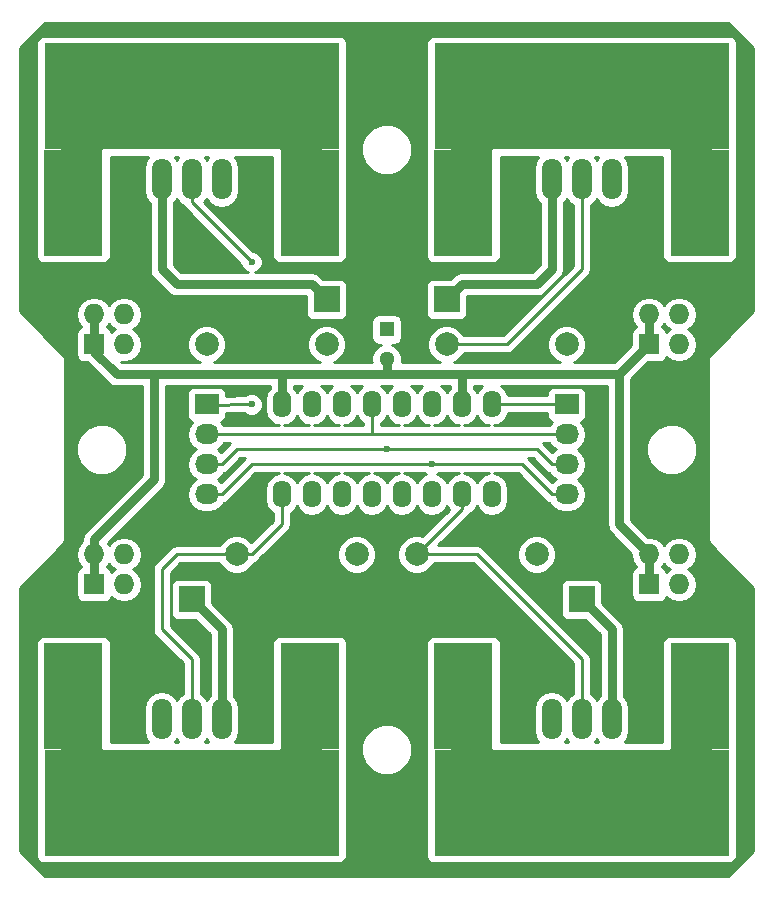
<source format=gtl>
G04 #@! TF.FileFunction,Copper,L1,Top,Signal*
%FSLAX46Y46*%
G04 Gerber Fmt 4.6, Leading zero omitted, Abs format (unit mm)*
G04 Created by KiCad (PCBNEW 4.0.0-rc2-stable) date Sun 15 Nov 2015 10:20:30 AEDT*
%MOMM*%
G01*
G04 APERTURE LIST*
%ADD10C,0.100000*%
%ADD11R,1.300000X1.300000*%
%ADD12C,1.300000*%
%ADD13R,2.032000X1.727200*%
%ADD14O,2.032000X1.727200*%
%ADD15R,1.727200X1.727200*%
%ADD16O,1.727200X1.727200*%
%ADD17R,2.235200X2.235200*%
%ADD18O,1.600000X2.300000*%
%ADD19O,1.699260X3.500120*%
%ADD20C,1.998980*%
%ADD21C,4.000000*%
%ADD22R,25.000000X9.000000*%
%ADD23R,5.000000X9.000000*%
%ADD24C,1.524000*%
%ADD25C,0.600000*%
%ADD26C,0.762000*%
%ADD27C,0.250000*%
%ADD28C,0.254000*%
G04 APERTURE END LIST*
D10*
D11*
X156210000Y-96520000D03*
D12*
X156210000Y-99020000D03*
D13*
X171450000Y-102870000D03*
D14*
X171450000Y-105410000D03*
X171450000Y-107950000D03*
X171450000Y-110490000D03*
D13*
X140970000Y-102870000D03*
D14*
X140970000Y-105410000D03*
X140970000Y-107950000D03*
X140970000Y-110490000D03*
D15*
X131445000Y-118110000D03*
D16*
X131445000Y-115570000D03*
X133985000Y-118110000D03*
X133985000Y-115570000D03*
D15*
X178435000Y-118110000D03*
D16*
X178435000Y-115570000D03*
X180975000Y-118110000D03*
X180975000Y-115570000D03*
D15*
X178435000Y-97790000D03*
D16*
X178435000Y-95250000D03*
X180975000Y-97790000D03*
X180975000Y-95250000D03*
D15*
X131445000Y-97790000D03*
D16*
X131445000Y-95250000D03*
X133985000Y-97790000D03*
X133985000Y-95250000D03*
D17*
X161290000Y-93980000D03*
X139700000Y-119380000D03*
X172720000Y-119380000D03*
X151130000Y-93980000D03*
D18*
X147320000Y-110490000D03*
X149860000Y-110490000D03*
X152400000Y-110490000D03*
X154940000Y-110490000D03*
X157480000Y-110490000D03*
X160020000Y-110490000D03*
X162560000Y-110490000D03*
X165100000Y-110490000D03*
X165100000Y-102870000D03*
X162560000Y-102870000D03*
X160020000Y-102870000D03*
X157480000Y-102870000D03*
X154940000Y-102870000D03*
X152400000Y-102870000D03*
X149860000Y-102870000D03*
X147320000Y-102870000D03*
D19*
X139700000Y-83820000D03*
X137160000Y-83820000D03*
X142240000Y-83820000D03*
X172720000Y-83820000D03*
X170180000Y-83820000D03*
X175260000Y-83820000D03*
X172720000Y-129540000D03*
X175260000Y-129540000D03*
X170180000Y-129540000D03*
X139700000Y-129540000D03*
X142240000Y-129540000D03*
X137160000Y-129540000D03*
D20*
X153670000Y-115570000D03*
X143510000Y-115570000D03*
X140970000Y-97790000D03*
X151130000Y-97790000D03*
X171450000Y-97790000D03*
X161290000Y-97790000D03*
X168910000Y-115570000D03*
X158750000Y-115570000D03*
D21*
X181970000Y-133080000D03*
X163470000Y-133080000D03*
D22*
X172720000Y-136580000D03*
D23*
X162720000Y-127580000D03*
X182720000Y-127580000D03*
D24*
X172720000Y-136525000D03*
X181220000Y-136525000D03*
X164220000Y-136525000D03*
D21*
X163470000Y-80280000D03*
X181970000Y-80280000D03*
D22*
X172720000Y-76780000D03*
D23*
X182720000Y-85780000D03*
X162720000Y-85780000D03*
D24*
X172720000Y-76835000D03*
X164220000Y-76835000D03*
X181220000Y-76835000D03*
D21*
X130450000Y-80280000D03*
X148950000Y-80280000D03*
D22*
X139700000Y-76780000D03*
D23*
X149700000Y-85780000D03*
X129700000Y-85780000D03*
D24*
X139700000Y-76835000D03*
X131200000Y-76835000D03*
X148200000Y-76835000D03*
D21*
X148950000Y-133080000D03*
X130450000Y-133080000D03*
D22*
X139700000Y-136580000D03*
D23*
X129700000Y-127580000D03*
X149700000Y-127580000D03*
D24*
X139700000Y-136525000D03*
X148200000Y-136525000D03*
X131200000Y-136525000D03*
D25*
X144780000Y-90805000D03*
X151130000Y-97790000D03*
X161290000Y-97790000D03*
X144780000Y-102870000D03*
X156210000Y-106680000D03*
X160020000Y-107950000D03*
D26*
X139700000Y-119380000D02*
X142240000Y-121920000D01*
X142240000Y-121920000D02*
X142240000Y-129540000D01*
X151130000Y-93980000D02*
X149860000Y-92710000D01*
X137160000Y-91440000D02*
X137160000Y-83820000D01*
X138430000Y-92710000D02*
X137160000Y-91440000D01*
X149860000Y-92710000D02*
X138430000Y-92710000D01*
X161290000Y-93980000D02*
X162560000Y-92710000D01*
X170180000Y-91440000D02*
X170180000Y-83820000D01*
X168910000Y-92710000D02*
X170180000Y-91440000D01*
X162560000Y-92710000D02*
X168910000Y-92710000D01*
X170180000Y-85090000D02*
X170180000Y-83820000D01*
X172720000Y-119380000D02*
X175260000Y-121920000D01*
X175260000Y-121920000D02*
X175260000Y-129540000D01*
D27*
X143510000Y-115570000D02*
X138430000Y-115570000D01*
X139700000Y-124460000D02*
X139700000Y-129540000D01*
X137160000Y-121920000D02*
X139700000Y-124460000D01*
X137160000Y-116840000D02*
X137160000Y-121920000D01*
X138430000Y-115570000D02*
X137160000Y-116840000D01*
X143510000Y-115570000D02*
X144780000Y-115570000D01*
X147320000Y-113030000D02*
X147320000Y-110490000D01*
X144780000Y-115570000D02*
X147320000Y-113030000D01*
X143510000Y-115570000D02*
X143510000Y-115570000D01*
X139700000Y-83820000D02*
X139700000Y-85725000D01*
X139700000Y-85725000D02*
X144780000Y-90805000D01*
X151130000Y-97790000D02*
X151130000Y-97790000D01*
X139700000Y-82550000D02*
X139700000Y-83820000D01*
X161290000Y-97790000D02*
X166370000Y-97790000D01*
X172720000Y-91440000D02*
X172720000Y-83820000D01*
X166370000Y-97790000D02*
X172720000Y-91440000D01*
X161290000Y-97790000D02*
X161290000Y-97790000D01*
X158750000Y-115570000D02*
X163830000Y-115570000D01*
X172720000Y-124460000D02*
X172720000Y-129540000D01*
X163830000Y-115570000D02*
X172720000Y-124460000D01*
X158750000Y-115570000D02*
X162560000Y-111760000D01*
X162560000Y-111760000D02*
X162560000Y-110490000D01*
X140970000Y-102873500D02*
X144776500Y-102866500D01*
X144776500Y-102866500D02*
X144780000Y-102870000D01*
X154940000Y-105410000D02*
X140970000Y-105410000D01*
X154940000Y-102870000D02*
X154940000Y-105366500D01*
X154940000Y-105366500D02*
X154983500Y-105410000D01*
X154983500Y-105410000D02*
X171450000Y-105410000D01*
X171323000Y-105366500D02*
X171450000Y-105493500D01*
X154940000Y-105366500D02*
X154940000Y-105410000D01*
X154940000Y-105410000D02*
X154940000Y-105366500D01*
X171450000Y-107950000D02*
X170180000Y-107950000D01*
X168910000Y-106680000D02*
X156210000Y-106680000D01*
X170180000Y-107950000D02*
X168910000Y-106680000D01*
X140970000Y-107950000D02*
X142240000Y-107950000D01*
X143510000Y-106680000D02*
X156210000Y-106680000D01*
X142240000Y-107950000D02*
X143510000Y-106680000D01*
X171450000Y-110490000D02*
X170180000Y-110490000D01*
X167640000Y-107950000D02*
X160020000Y-107950000D01*
X170180000Y-110490000D02*
X167640000Y-107950000D01*
X140970000Y-110490000D02*
X142240000Y-110490000D01*
X144780000Y-107950000D02*
X160020000Y-107950000D01*
X142240000Y-110490000D02*
X144780000Y-107950000D01*
X140970000Y-110490000D02*
X141605000Y-110490000D01*
X171446500Y-110490000D02*
X171450000Y-110493500D01*
X171326500Y-102870000D02*
X171450000Y-102993500D01*
X171326500Y-102870000D02*
X171450000Y-102993500D01*
X165100000Y-102870000D02*
X171326500Y-102870000D01*
D26*
X156210000Y-99020000D02*
X156210000Y-100330000D01*
X136525000Y-108585000D02*
X136525000Y-109220000D01*
X131445000Y-114300000D02*
X131445000Y-115570000D01*
X136525000Y-109220000D02*
X131445000Y-114300000D01*
X175895000Y-100330000D02*
X175895000Y-113030000D01*
X175895000Y-113030000D02*
X178435000Y-115570000D01*
X131445000Y-115570000D02*
X131445000Y-118110000D01*
X136525000Y-100330000D02*
X136525000Y-108585000D01*
X178435000Y-115570000D02*
X178435000Y-118110000D01*
X178435000Y-97790000D02*
X178435000Y-95250000D01*
X131445000Y-97790000D02*
X131445000Y-95250000D01*
X178435000Y-97790000D02*
X178435000Y-97790000D01*
X131445000Y-97790000D02*
X131445000Y-97790000D01*
X162560000Y-100330000D02*
X175895000Y-100330000D01*
X175895000Y-100330000D02*
X178435000Y-97790000D01*
X131445000Y-97790000D02*
X131445000Y-98425000D01*
X131445000Y-98425000D02*
X133350000Y-100330000D01*
X133350000Y-100330000D02*
X136525000Y-100330000D01*
X136525000Y-100330000D02*
X138430000Y-100330000D01*
X138430000Y-100330000D02*
X147320000Y-100330000D01*
X162560000Y-102870000D02*
X162560000Y-100330000D01*
X147320000Y-102870000D02*
X147320000Y-100330000D01*
X147320000Y-100330000D02*
X156210000Y-100330000D01*
X156210000Y-100330000D02*
X162560000Y-100330000D01*
D28*
G36*
X187250000Y-72684091D02*
X187250000Y-94955909D01*
X184917954Y-97287954D01*
X183647954Y-98557954D01*
X183494046Y-98788295D01*
X183440000Y-99060000D01*
X183440000Y-114300000D01*
X183494046Y-114571705D01*
X183647954Y-114802046D01*
X187250000Y-118404092D01*
X187250000Y-140675909D01*
X185125908Y-142800000D01*
X127294091Y-142800000D01*
X125170000Y-140675908D01*
X125170000Y-123080000D01*
X126552560Y-123080000D01*
X126552560Y-141080000D01*
X126596838Y-141315317D01*
X126735910Y-141531441D01*
X126948110Y-141676431D01*
X127200000Y-141727440D01*
X152200000Y-141727440D01*
X152435317Y-141683162D01*
X152651441Y-141544090D01*
X152796431Y-141331890D01*
X152847440Y-141080000D01*
X152847440Y-132502815D01*
X154074630Y-132502815D01*
X154398980Y-133287800D01*
X154999041Y-133888909D01*
X155783459Y-134214628D01*
X156632815Y-134215370D01*
X157417800Y-133891020D01*
X158018909Y-133290959D01*
X158344628Y-132506541D01*
X158345370Y-131657185D01*
X158021020Y-130872200D01*
X157420959Y-130271091D01*
X156636541Y-129945372D01*
X155787185Y-129944630D01*
X155002200Y-130268980D01*
X154401091Y-130869041D01*
X154075372Y-131653459D01*
X154074630Y-132502815D01*
X152847440Y-132502815D01*
X152847440Y-123080000D01*
X152803162Y-122844683D01*
X152664090Y-122628559D01*
X152451890Y-122483569D01*
X152200000Y-122432560D01*
X147200000Y-122432560D01*
X146964683Y-122476838D01*
X146748559Y-122615910D01*
X146603569Y-122828110D01*
X146552560Y-123080000D01*
X146552560Y-131432560D01*
X143359542Y-131432560D01*
X143611619Y-131055299D01*
X143724630Y-130487156D01*
X143724630Y-128592844D01*
X143611619Y-128024701D01*
X143289792Y-127543052D01*
X143256000Y-127520473D01*
X143256000Y-121920000D01*
X143178662Y-121531194D01*
X142969293Y-121217852D01*
X142958420Y-121201579D01*
X141465040Y-119708200D01*
X141465040Y-118262400D01*
X141420762Y-118027083D01*
X141281690Y-117810959D01*
X141069490Y-117665969D01*
X140817600Y-117614960D01*
X138582400Y-117614960D01*
X138347083Y-117659238D01*
X138130959Y-117798310D01*
X137985969Y-118010510D01*
X137934960Y-118262400D01*
X137934960Y-120497600D01*
X137979238Y-120732917D01*
X138118310Y-120949041D01*
X138330510Y-121094031D01*
X138582400Y-121145040D01*
X140028200Y-121145040D01*
X141224000Y-122340841D01*
X141224000Y-127520473D01*
X141190208Y-127543052D01*
X140970000Y-127872617D01*
X140749792Y-127543052D01*
X140460000Y-127349420D01*
X140460000Y-124460000D01*
X140402148Y-124169161D01*
X140402148Y-124169160D01*
X140237401Y-123922599D01*
X137920000Y-121605198D01*
X137920000Y-117154802D01*
X138744802Y-116330000D01*
X142055504Y-116330000D01*
X142123538Y-116494655D01*
X142582927Y-116954846D01*
X143183453Y-117204206D01*
X143833694Y-117204774D01*
X144434655Y-116956462D01*
X144894846Y-116497073D01*
X144980807Y-116290057D01*
X145070839Y-116272148D01*
X145317401Y-116107401D01*
X145531108Y-115893694D01*
X152035226Y-115893694D01*
X152283538Y-116494655D01*
X152742927Y-116954846D01*
X153343453Y-117204206D01*
X153993694Y-117204774D01*
X154594655Y-116956462D01*
X155054846Y-116497073D01*
X155304206Y-115896547D01*
X155304774Y-115246306D01*
X155056462Y-114645345D01*
X154597073Y-114185154D01*
X153996547Y-113935794D01*
X153346306Y-113935226D01*
X152745345Y-114183538D01*
X152285154Y-114642927D01*
X152035794Y-115243453D01*
X152035226Y-115893694D01*
X145531108Y-115893694D01*
X147857401Y-113567401D01*
X148022148Y-113320840D01*
X148031746Y-113272586D01*
X148080000Y-113030000D01*
X148080000Y-112059852D01*
X148334698Y-111889668D01*
X148590000Y-111507582D01*
X148845302Y-111889668D01*
X149310849Y-112200737D01*
X149860000Y-112309970D01*
X150409151Y-112200737D01*
X150874698Y-111889668D01*
X151130000Y-111507582D01*
X151385302Y-111889668D01*
X151850849Y-112200737D01*
X152400000Y-112309970D01*
X152949151Y-112200737D01*
X153414698Y-111889668D01*
X153670000Y-111507582D01*
X153925302Y-111889668D01*
X154390849Y-112200737D01*
X154940000Y-112309970D01*
X155489151Y-112200737D01*
X155954698Y-111889668D01*
X156210000Y-111507582D01*
X156465302Y-111889668D01*
X156930849Y-112200737D01*
X157480000Y-112309970D01*
X158029151Y-112200737D01*
X158494698Y-111889668D01*
X158750000Y-111507582D01*
X159005302Y-111889668D01*
X159470849Y-112200737D01*
X160020000Y-112309970D01*
X160569151Y-112200737D01*
X161034698Y-111889668D01*
X161290000Y-111507582D01*
X161469290Y-111775908D01*
X159241083Y-114004115D01*
X159076547Y-113935794D01*
X158426306Y-113935226D01*
X157825345Y-114183538D01*
X157365154Y-114642927D01*
X157115794Y-115243453D01*
X157115226Y-115893694D01*
X157363538Y-116494655D01*
X157822927Y-116954846D01*
X158423453Y-117204206D01*
X159073694Y-117204774D01*
X159674655Y-116956462D01*
X160134846Y-116497073D01*
X160204221Y-116330000D01*
X163515198Y-116330000D01*
X171960000Y-124774802D01*
X171960000Y-127349420D01*
X171670208Y-127543052D01*
X171450000Y-127872617D01*
X171229792Y-127543052D01*
X170748143Y-127221225D01*
X170180000Y-127108214D01*
X169611857Y-127221225D01*
X169130208Y-127543052D01*
X168808381Y-128024701D01*
X168695370Y-128592844D01*
X168695370Y-130487156D01*
X168808381Y-131055299D01*
X169060458Y-131432560D01*
X165867440Y-131432560D01*
X165867440Y-123080000D01*
X165823162Y-122844683D01*
X165684090Y-122628559D01*
X165471890Y-122483569D01*
X165220000Y-122432560D01*
X160220000Y-122432560D01*
X159984683Y-122476838D01*
X159768559Y-122615910D01*
X159623569Y-122828110D01*
X159572560Y-123080000D01*
X159572560Y-141080000D01*
X159616838Y-141315317D01*
X159755910Y-141531441D01*
X159968110Y-141676431D01*
X160220000Y-141727440D01*
X185220000Y-141727440D01*
X185455317Y-141683162D01*
X185671441Y-141544090D01*
X185816431Y-141331890D01*
X185867440Y-141080000D01*
X185867440Y-123080000D01*
X185823162Y-122844683D01*
X185684090Y-122628559D01*
X185471890Y-122483569D01*
X185220000Y-122432560D01*
X180220000Y-122432560D01*
X179984683Y-122476838D01*
X179768559Y-122615910D01*
X179623569Y-122828110D01*
X179572560Y-123080000D01*
X179572560Y-131432560D01*
X176379542Y-131432560D01*
X176631619Y-131055299D01*
X176744630Y-130487156D01*
X176744630Y-128592844D01*
X176631619Y-128024701D01*
X176309792Y-127543052D01*
X176276000Y-127520473D01*
X176276000Y-121920000D01*
X176198662Y-121531194D01*
X175989293Y-121217852D01*
X175978420Y-121201579D01*
X174485040Y-119708200D01*
X174485040Y-118262400D01*
X174440762Y-118027083D01*
X174301690Y-117810959D01*
X174089490Y-117665969D01*
X173837600Y-117614960D01*
X171602400Y-117614960D01*
X171367083Y-117659238D01*
X171150959Y-117798310D01*
X171005969Y-118010510D01*
X170954960Y-118262400D01*
X170954960Y-120497600D01*
X170999238Y-120732917D01*
X171138310Y-120949041D01*
X171350510Y-121094031D01*
X171602400Y-121145040D01*
X173048200Y-121145040D01*
X174244000Y-122340841D01*
X174244000Y-127520473D01*
X174210208Y-127543052D01*
X173990000Y-127872617D01*
X173769792Y-127543052D01*
X173480000Y-127349420D01*
X173480000Y-124460000D01*
X173422148Y-124169161D01*
X173257401Y-123922599D01*
X165228496Y-115893694D01*
X167275226Y-115893694D01*
X167523538Y-116494655D01*
X167982927Y-116954846D01*
X168583453Y-117204206D01*
X169233694Y-117204774D01*
X169834655Y-116956462D01*
X170294846Y-116497073D01*
X170544206Y-115896547D01*
X170544774Y-115246306D01*
X170296462Y-114645345D01*
X169837073Y-114185154D01*
X169236547Y-113935794D01*
X168586306Y-113935226D01*
X167985345Y-114183538D01*
X167525154Y-114642927D01*
X167275794Y-115243453D01*
X167275226Y-115893694D01*
X165228496Y-115893694D01*
X164367401Y-115032599D01*
X164120839Y-114867852D01*
X163830000Y-114810000D01*
X160584802Y-114810000D01*
X163097401Y-112297401D01*
X163204607Y-112136955D01*
X163574698Y-111889668D01*
X163830000Y-111507582D01*
X164085302Y-111889668D01*
X164550849Y-112200737D01*
X165100000Y-112309970D01*
X165649151Y-112200737D01*
X166114698Y-111889668D01*
X166425767Y-111424121D01*
X166535000Y-110874970D01*
X166535000Y-110105030D01*
X166425767Y-109555879D01*
X166114698Y-109090332D01*
X165649151Y-108779263D01*
X165300943Y-108710000D01*
X167325198Y-108710000D01*
X169642599Y-111027401D01*
X169889160Y-111192148D01*
X169937414Y-111201746D01*
X169978581Y-111209935D01*
X170205585Y-111549670D01*
X170691766Y-111874526D01*
X171265255Y-111988600D01*
X171634745Y-111988600D01*
X172208234Y-111874526D01*
X172694415Y-111549670D01*
X173019271Y-111063489D01*
X173133345Y-110490000D01*
X173019271Y-109916511D01*
X172694415Y-109430330D01*
X172379634Y-109220000D01*
X172694415Y-109009670D01*
X173019271Y-108523489D01*
X173133345Y-107950000D01*
X173019271Y-107376511D01*
X172694415Y-106890330D01*
X172379634Y-106680000D01*
X172694415Y-106469670D01*
X173019271Y-105983489D01*
X173133345Y-105410000D01*
X173019271Y-104836511D01*
X172694415Y-104350330D01*
X172680087Y-104340757D01*
X172701317Y-104336762D01*
X172917441Y-104197690D01*
X173062431Y-103985490D01*
X173113440Y-103733600D01*
X173113440Y-102006400D01*
X173069162Y-101771083D01*
X172930090Y-101554959D01*
X172717890Y-101409969D01*
X172466000Y-101358960D01*
X170434000Y-101358960D01*
X170198683Y-101403238D01*
X169982559Y-101542310D01*
X169837569Y-101754510D01*
X169786560Y-102006400D01*
X169786560Y-102110000D01*
X166460402Y-102110000D01*
X166425767Y-101935879D01*
X166114698Y-101470332D01*
X165928622Y-101346000D01*
X174879000Y-101346000D01*
X174879000Y-113030000D01*
X174943507Y-113354300D01*
X174956338Y-113418807D01*
X175176580Y-113748420D01*
X176922158Y-115493999D01*
X176907041Y-115570000D01*
X177021115Y-116143489D01*
X177345971Y-116629670D01*
X177359642Y-116638805D01*
X177336083Y-116643238D01*
X177119959Y-116782310D01*
X176974969Y-116994510D01*
X176923960Y-117246400D01*
X176923960Y-118973600D01*
X176968238Y-119208917D01*
X177107310Y-119425041D01*
X177319510Y-119570031D01*
X177571400Y-119621040D01*
X179298600Y-119621040D01*
X179533917Y-119576762D01*
X179750041Y-119437690D01*
X179895031Y-119225490D01*
X179903908Y-119181655D01*
X180372152Y-119494526D01*
X180945641Y-119608600D01*
X181004359Y-119608600D01*
X181577848Y-119494526D01*
X182064029Y-119169670D01*
X182388885Y-118683489D01*
X182502959Y-118110000D01*
X182388885Y-117536511D01*
X182064029Y-117050330D01*
X181749248Y-116840000D01*
X182064029Y-116629670D01*
X182388885Y-116143489D01*
X182502959Y-115570000D01*
X182388885Y-114996511D01*
X182064029Y-114510330D01*
X181577848Y-114185474D01*
X181004359Y-114071400D01*
X180945641Y-114071400D01*
X180372152Y-114185474D01*
X179885971Y-114510330D01*
X179705000Y-114781172D01*
X179524029Y-114510330D01*
X179037848Y-114185474D01*
X178464359Y-114071400D01*
X178405641Y-114071400D01*
X178378616Y-114076776D01*
X176911000Y-112609160D01*
X176911000Y-107102815D01*
X178204630Y-107102815D01*
X178528980Y-107887800D01*
X179129041Y-108488909D01*
X179913459Y-108814628D01*
X180762815Y-108815370D01*
X181547800Y-108491020D01*
X182148909Y-107890959D01*
X182474628Y-107106541D01*
X182475370Y-106257185D01*
X182151020Y-105472200D01*
X181550959Y-104871091D01*
X180766541Y-104545372D01*
X179917185Y-104544630D01*
X179132200Y-104868980D01*
X178531091Y-105469041D01*
X178205372Y-106253459D01*
X178204630Y-107102815D01*
X176911000Y-107102815D01*
X176911000Y-100750840D01*
X178360801Y-99301040D01*
X179298600Y-99301040D01*
X179533917Y-99256762D01*
X179750041Y-99117690D01*
X179895031Y-98905490D01*
X179903908Y-98861655D01*
X180372152Y-99174526D01*
X180945641Y-99288600D01*
X181004359Y-99288600D01*
X181577848Y-99174526D01*
X182064029Y-98849670D01*
X182388885Y-98363489D01*
X182502959Y-97790000D01*
X182388885Y-97216511D01*
X182064029Y-96730330D01*
X181749248Y-96520000D01*
X182064029Y-96309670D01*
X182388885Y-95823489D01*
X182502959Y-95250000D01*
X182388885Y-94676511D01*
X182064029Y-94190330D01*
X181577848Y-93865474D01*
X181004359Y-93751400D01*
X180945641Y-93751400D01*
X180372152Y-93865474D01*
X179885971Y-94190330D01*
X179705000Y-94461172D01*
X179524029Y-94190330D01*
X179037848Y-93865474D01*
X178464359Y-93751400D01*
X178405641Y-93751400D01*
X177832152Y-93865474D01*
X177345971Y-94190330D01*
X177021115Y-94676511D01*
X176907041Y-95250000D01*
X177021115Y-95823489D01*
X177345971Y-96309670D01*
X177359642Y-96318805D01*
X177336083Y-96323238D01*
X177119959Y-96462310D01*
X176974969Y-96674510D01*
X176923960Y-96926400D01*
X176923960Y-97864199D01*
X175474160Y-99314000D01*
X172041788Y-99314000D01*
X172374655Y-99176462D01*
X172834846Y-98717073D01*
X173084206Y-98116547D01*
X173084774Y-97466306D01*
X172836462Y-96865345D01*
X172377073Y-96405154D01*
X171776547Y-96155794D01*
X171126306Y-96155226D01*
X170525345Y-96403538D01*
X170065154Y-96862927D01*
X169815794Y-97463453D01*
X169815226Y-98113694D01*
X170063538Y-98714655D01*
X170522927Y-99174846D01*
X170858047Y-99314000D01*
X161881788Y-99314000D01*
X162214655Y-99176462D01*
X162674846Y-98717073D01*
X162744221Y-98550000D01*
X166370000Y-98550000D01*
X166660839Y-98492148D01*
X166907401Y-98327401D01*
X173257401Y-91977401D01*
X173422148Y-91730839D01*
X173480000Y-91440000D01*
X173480000Y-86010580D01*
X173769792Y-85816948D01*
X173990000Y-85487383D01*
X174210208Y-85816948D01*
X174691857Y-86138775D01*
X175260000Y-86251786D01*
X175828143Y-86138775D01*
X176309792Y-85816948D01*
X176631619Y-85335299D01*
X176744630Y-84767156D01*
X176744630Y-82872844D01*
X176631619Y-82304701D01*
X176379542Y-81927440D01*
X179572560Y-81927440D01*
X179572560Y-90280000D01*
X179616838Y-90515317D01*
X179755910Y-90731441D01*
X179968110Y-90876431D01*
X180220000Y-90927440D01*
X185220000Y-90927440D01*
X185455317Y-90883162D01*
X185671441Y-90744090D01*
X185816431Y-90531890D01*
X185867440Y-90280000D01*
X185867440Y-72280000D01*
X185823162Y-72044683D01*
X185684090Y-71828559D01*
X185471890Y-71683569D01*
X185220000Y-71632560D01*
X160220000Y-71632560D01*
X159984683Y-71676838D01*
X159768559Y-71815910D01*
X159623569Y-72028110D01*
X159572560Y-72280000D01*
X159572560Y-90280000D01*
X159616838Y-90515317D01*
X159755910Y-90731441D01*
X159968110Y-90876431D01*
X160220000Y-90927440D01*
X165220000Y-90927440D01*
X165455317Y-90883162D01*
X165671441Y-90744090D01*
X165816431Y-90531890D01*
X165867440Y-90280000D01*
X165867440Y-81927440D01*
X169060458Y-81927440D01*
X168808381Y-82304701D01*
X168695370Y-82872844D01*
X168695370Y-84767156D01*
X168808381Y-85335299D01*
X169130208Y-85816948D01*
X169164000Y-85839527D01*
X169164000Y-91019159D01*
X168489160Y-91694000D01*
X162560000Y-91694000D01*
X162171194Y-91771338D01*
X162085186Y-91828807D01*
X161841579Y-91991580D01*
X161618199Y-92214960D01*
X160172400Y-92214960D01*
X159937083Y-92259238D01*
X159720959Y-92398310D01*
X159575969Y-92610510D01*
X159524960Y-92862400D01*
X159524960Y-95097600D01*
X159569238Y-95332917D01*
X159708310Y-95549041D01*
X159920510Y-95694031D01*
X160172400Y-95745040D01*
X162407600Y-95745040D01*
X162642917Y-95700762D01*
X162859041Y-95561690D01*
X163004031Y-95349490D01*
X163055040Y-95097600D01*
X163055040Y-93726000D01*
X168910000Y-93726000D01*
X169234300Y-93661493D01*
X169298807Y-93648662D01*
X169628420Y-93428420D01*
X170898420Y-92158421D01*
X171118661Y-91828807D01*
X171118662Y-91828806D01*
X171196000Y-91440000D01*
X171196000Y-85839527D01*
X171229792Y-85816948D01*
X171450000Y-85487383D01*
X171670208Y-85816948D01*
X171960000Y-86010580D01*
X171960000Y-91125198D01*
X166055198Y-97030000D01*
X162744496Y-97030000D01*
X162676462Y-96865345D01*
X162217073Y-96405154D01*
X161616547Y-96155794D01*
X160966306Y-96155226D01*
X160365345Y-96403538D01*
X159905154Y-96862927D01*
X159655794Y-97463453D01*
X159655226Y-98113694D01*
X159903538Y-98714655D01*
X160362927Y-99174846D01*
X160698047Y-99314000D01*
X157479299Y-99314000D01*
X157494777Y-99276724D01*
X157495223Y-98765519D01*
X157300005Y-98293057D01*
X156938845Y-97931265D01*
X156664724Y-97817440D01*
X156860000Y-97817440D01*
X157095317Y-97773162D01*
X157311441Y-97634090D01*
X157456431Y-97421890D01*
X157507440Y-97170000D01*
X157507440Y-95870000D01*
X157463162Y-95634683D01*
X157324090Y-95418559D01*
X157111890Y-95273569D01*
X156860000Y-95222560D01*
X155560000Y-95222560D01*
X155324683Y-95266838D01*
X155108559Y-95405910D01*
X154963569Y-95618110D01*
X154912560Y-95870000D01*
X154912560Y-97170000D01*
X154956838Y-97405317D01*
X155095910Y-97621441D01*
X155308110Y-97766431D01*
X155560000Y-97817440D01*
X155755460Y-97817440D01*
X155483057Y-97929995D01*
X155121265Y-98291155D01*
X154925223Y-98763276D01*
X154924777Y-99274481D01*
X154941106Y-99314000D01*
X151721788Y-99314000D01*
X152054655Y-99176462D01*
X152514846Y-98717073D01*
X152764206Y-98116547D01*
X152764774Y-97466306D01*
X152516462Y-96865345D01*
X152057073Y-96405154D01*
X151456547Y-96155794D01*
X150806306Y-96155226D01*
X150205345Y-96403538D01*
X149745154Y-96862927D01*
X149495794Y-97463453D01*
X149495226Y-98113694D01*
X149743538Y-98714655D01*
X150202927Y-99174846D01*
X150538047Y-99314000D01*
X141561788Y-99314000D01*
X141894655Y-99176462D01*
X142354846Y-98717073D01*
X142604206Y-98116547D01*
X142604774Y-97466306D01*
X142356462Y-96865345D01*
X141897073Y-96405154D01*
X141296547Y-96155794D01*
X140646306Y-96155226D01*
X140045345Y-96403538D01*
X139585154Y-96862927D01*
X139335794Y-97463453D01*
X139335226Y-98113694D01*
X139583538Y-98714655D01*
X140042927Y-99174846D01*
X140378047Y-99314000D01*
X133770841Y-99314000D01*
X133693248Y-99236407D01*
X133955641Y-99288600D01*
X134014359Y-99288600D01*
X134587848Y-99174526D01*
X135074029Y-98849670D01*
X135398885Y-98363489D01*
X135512959Y-97790000D01*
X135398885Y-97216511D01*
X135074029Y-96730330D01*
X134759248Y-96520000D01*
X135074029Y-96309670D01*
X135398885Y-95823489D01*
X135512959Y-95250000D01*
X135398885Y-94676511D01*
X135074029Y-94190330D01*
X134587848Y-93865474D01*
X134014359Y-93751400D01*
X133955641Y-93751400D01*
X133382152Y-93865474D01*
X132895971Y-94190330D01*
X132715000Y-94461172D01*
X132534029Y-94190330D01*
X132047848Y-93865474D01*
X131474359Y-93751400D01*
X131415641Y-93751400D01*
X130842152Y-93865474D01*
X130355971Y-94190330D01*
X130031115Y-94676511D01*
X129917041Y-95250000D01*
X130031115Y-95823489D01*
X130355971Y-96309670D01*
X130369642Y-96318805D01*
X130346083Y-96323238D01*
X130129959Y-96462310D01*
X129984969Y-96674510D01*
X129933960Y-96926400D01*
X129933960Y-98653600D01*
X129978238Y-98888917D01*
X130117310Y-99105041D01*
X130329510Y-99250031D01*
X130581400Y-99301040D01*
X130884200Y-99301040D01*
X132631580Y-101048421D01*
X132961193Y-101268662D01*
X133025700Y-101281493D01*
X133350000Y-101346000D01*
X135509000Y-101346000D01*
X135509000Y-108799159D01*
X130726580Y-113581580D01*
X130506338Y-113911193D01*
X130506338Y-113911194D01*
X130429000Y-114300000D01*
X130429000Y-114461534D01*
X130355971Y-114510330D01*
X130031115Y-114996511D01*
X129917041Y-115570000D01*
X130031115Y-116143489D01*
X130355971Y-116629670D01*
X130369642Y-116638805D01*
X130346083Y-116643238D01*
X130129959Y-116782310D01*
X129984969Y-116994510D01*
X129933960Y-117246400D01*
X129933960Y-118973600D01*
X129978238Y-119208917D01*
X130117310Y-119425041D01*
X130329510Y-119570031D01*
X130581400Y-119621040D01*
X132308600Y-119621040D01*
X132543917Y-119576762D01*
X132760041Y-119437690D01*
X132905031Y-119225490D01*
X132913908Y-119181655D01*
X133382152Y-119494526D01*
X133955641Y-119608600D01*
X134014359Y-119608600D01*
X134587848Y-119494526D01*
X135074029Y-119169670D01*
X135398885Y-118683489D01*
X135512959Y-118110000D01*
X135398885Y-117536511D01*
X135074029Y-117050330D01*
X134759248Y-116840000D01*
X135074029Y-116629670D01*
X135398885Y-116143489D01*
X135512959Y-115570000D01*
X135398885Y-114996511D01*
X135074029Y-114510330D01*
X134587848Y-114185474D01*
X134014359Y-114071400D01*
X133955641Y-114071400D01*
X133382152Y-114185474D01*
X132895971Y-114510330D01*
X132715000Y-114781172D01*
X132589096Y-114592744D01*
X137243421Y-109938420D01*
X137463662Y-109608807D01*
X137518219Y-109334526D01*
X137541000Y-109220000D01*
X137541000Y-101346000D01*
X146304000Y-101346000D01*
X146304000Y-101472281D01*
X145994233Y-101935879D01*
X145885000Y-102485030D01*
X145885000Y-103254970D01*
X145994233Y-103804121D01*
X146305302Y-104269668D01*
X146770849Y-104580737D01*
X147119057Y-104650000D01*
X142414648Y-104650000D01*
X142214415Y-104350330D01*
X142200087Y-104340757D01*
X142221317Y-104336762D01*
X142437441Y-104197690D01*
X142582431Y-103985490D01*
X142633440Y-103733600D01*
X142633440Y-103630443D01*
X144215075Y-103627534D01*
X144249673Y-103662192D01*
X144593201Y-103804838D01*
X144965167Y-103805162D01*
X145308943Y-103663117D01*
X145572192Y-103400327D01*
X145714838Y-103056799D01*
X145715162Y-102684833D01*
X145573117Y-102341057D01*
X145310327Y-102077808D01*
X144966799Y-101935162D01*
X144594833Y-101934838D01*
X144251057Y-102076883D01*
X144220365Y-102107521D01*
X142633440Y-102110439D01*
X142633440Y-102006400D01*
X142589162Y-101771083D01*
X142450090Y-101554959D01*
X142237890Y-101409969D01*
X141986000Y-101358960D01*
X139954000Y-101358960D01*
X139718683Y-101403238D01*
X139502559Y-101542310D01*
X139357569Y-101754510D01*
X139306560Y-102006400D01*
X139306560Y-103733600D01*
X139350838Y-103968917D01*
X139489910Y-104185041D01*
X139702110Y-104330031D01*
X139743439Y-104338400D01*
X139725585Y-104350330D01*
X139400729Y-104836511D01*
X139286655Y-105410000D01*
X139400729Y-105983489D01*
X139725585Y-106469670D01*
X140040366Y-106680000D01*
X139725585Y-106890330D01*
X139400729Y-107376511D01*
X139286655Y-107950000D01*
X139400729Y-108523489D01*
X139725585Y-109009670D01*
X140040366Y-109220000D01*
X139725585Y-109430330D01*
X139400729Y-109916511D01*
X139286655Y-110490000D01*
X139400729Y-111063489D01*
X139725585Y-111549670D01*
X140211766Y-111874526D01*
X140785255Y-111988600D01*
X141154745Y-111988600D01*
X141728234Y-111874526D01*
X142214415Y-111549670D01*
X142441419Y-111209935D01*
X142530839Y-111192148D01*
X142777401Y-111027401D01*
X145094802Y-108710000D01*
X147119057Y-108710000D01*
X146770849Y-108779263D01*
X146305302Y-109090332D01*
X145994233Y-109555879D01*
X145885000Y-110105030D01*
X145885000Y-110874970D01*
X145994233Y-111424121D01*
X146305302Y-111889668D01*
X146560000Y-112059852D01*
X146560000Y-112715198D01*
X144763274Y-114511924D01*
X144437073Y-114185154D01*
X143836547Y-113935794D01*
X143186306Y-113935226D01*
X142585345Y-114183538D01*
X142125154Y-114642927D01*
X142055779Y-114810000D01*
X138430000Y-114810000D01*
X138139160Y-114867852D01*
X137892599Y-115032599D01*
X136622599Y-116302599D01*
X136457852Y-116549161D01*
X136400000Y-116840000D01*
X136400000Y-121920000D01*
X136457852Y-122210839D01*
X136622599Y-122457401D01*
X138940000Y-124774802D01*
X138940000Y-127349420D01*
X138650208Y-127543052D01*
X138430000Y-127872617D01*
X138209792Y-127543052D01*
X137728143Y-127221225D01*
X137160000Y-127108214D01*
X136591857Y-127221225D01*
X136110208Y-127543052D01*
X135788381Y-128024701D01*
X135675370Y-128592844D01*
X135675370Y-130487156D01*
X135788381Y-131055299D01*
X136040458Y-131432560D01*
X132847440Y-131432560D01*
X132847440Y-123080000D01*
X132803162Y-122844683D01*
X132664090Y-122628559D01*
X132451890Y-122483569D01*
X132200000Y-122432560D01*
X127200000Y-122432560D01*
X126964683Y-122476838D01*
X126748559Y-122615910D01*
X126603569Y-122828110D01*
X126552560Y-123080000D01*
X125170000Y-123080000D01*
X125170000Y-118404092D01*
X128772046Y-114802046D01*
X128925954Y-114571705D01*
X128980000Y-114300000D01*
X128980000Y-107102815D01*
X129944630Y-107102815D01*
X130268980Y-107887800D01*
X130869041Y-108488909D01*
X131653459Y-108814628D01*
X132502815Y-108815370D01*
X133287800Y-108491020D01*
X133888909Y-107890959D01*
X134214628Y-107106541D01*
X134215370Y-106257185D01*
X133891020Y-105472200D01*
X133290959Y-104871091D01*
X132506541Y-104545372D01*
X131657185Y-104544630D01*
X130872200Y-104868980D01*
X130271091Y-105469041D01*
X129945372Y-106253459D01*
X129944630Y-107102815D01*
X128980000Y-107102815D01*
X128980000Y-99060000D01*
X128925954Y-98788295D01*
X128772046Y-98557954D01*
X127502046Y-97287954D01*
X127502043Y-97287952D01*
X125170000Y-94955908D01*
X125170000Y-72684092D01*
X125574091Y-72280000D01*
X126552560Y-72280000D01*
X126552560Y-90280000D01*
X126596838Y-90515317D01*
X126735910Y-90731441D01*
X126948110Y-90876431D01*
X127200000Y-90927440D01*
X132200000Y-90927440D01*
X132435317Y-90883162D01*
X132651441Y-90744090D01*
X132796431Y-90531890D01*
X132847440Y-90280000D01*
X132847440Y-81927440D01*
X136040458Y-81927440D01*
X135788381Y-82304701D01*
X135675370Y-82872844D01*
X135675370Y-84767156D01*
X135788381Y-85335299D01*
X136110208Y-85816948D01*
X136144000Y-85839527D01*
X136144000Y-91440000D01*
X136194524Y-91694000D01*
X136221338Y-91828807D01*
X136441580Y-92158420D01*
X137711579Y-93428420D01*
X137931821Y-93575581D01*
X138041194Y-93648662D01*
X138430000Y-93726000D01*
X149364960Y-93726000D01*
X149364960Y-95097600D01*
X149409238Y-95332917D01*
X149548310Y-95549041D01*
X149760510Y-95694031D01*
X150012400Y-95745040D01*
X152247600Y-95745040D01*
X152482917Y-95700762D01*
X152699041Y-95561690D01*
X152844031Y-95349490D01*
X152895040Y-95097600D01*
X152895040Y-92862400D01*
X152850762Y-92627083D01*
X152711690Y-92410959D01*
X152499490Y-92265969D01*
X152247600Y-92214960D01*
X150801800Y-92214960D01*
X150578420Y-91991580D01*
X150248807Y-91771338D01*
X150184300Y-91758507D01*
X149860000Y-91694000D01*
X145076888Y-91694000D01*
X145308943Y-91598117D01*
X145572192Y-91335327D01*
X145714838Y-90991799D01*
X145715162Y-90619833D01*
X145573117Y-90276057D01*
X145310327Y-90012808D01*
X144966799Y-89870162D01*
X144919923Y-89870121D01*
X140796639Y-85746837D01*
X140970000Y-85487383D01*
X141190208Y-85816948D01*
X141671857Y-86138775D01*
X142240000Y-86251786D01*
X142808143Y-86138775D01*
X143289792Y-85816948D01*
X143611619Y-85335299D01*
X143724630Y-84767156D01*
X143724630Y-82872844D01*
X143611619Y-82304701D01*
X143359542Y-81927440D01*
X146552560Y-81927440D01*
X146552560Y-90280000D01*
X146596838Y-90515317D01*
X146735910Y-90731441D01*
X146948110Y-90876431D01*
X147200000Y-90927440D01*
X152200000Y-90927440D01*
X152435317Y-90883162D01*
X152651441Y-90744090D01*
X152796431Y-90531890D01*
X152847440Y-90280000D01*
X152847440Y-81702815D01*
X154074630Y-81702815D01*
X154398980Y-82487800D01*
X154999041Y-83088909D01*
X155783459Y-83414628D01*
X156632815Y-83415370D01*
X157417800Y-83091020D01*
X158018909Y-82490959D01*
X158344628Y-81706541D01*
X158345370Y-80857185D01*
X158021020Y-80072200D01*
X157420959Y-79471091D01*
X156636541Y-79145372D01*
X155787185Y-79144630D01*
X155002200Y-79468980D01*
X154401091Y-80069041D01*
X154075372Y-80853459D01*
X154074630Y-81702815D01*
X152847440Y-81702815D01*
X152847440Y-72280000D01*
X152803162Y-72044683D01*
X152664090Y-71828559D01*
X152451890Y-71683569D01*
X152200000Y-71632560D01*
X127200000Y-71632560D01*
X126964683Y-71676838D01*
X126748559Y-71815910D01*
X126603569Y-72028110D01*
X126552560Y-72280000D01*
X125574091Y-72280000D01*
X127294091Y-70560000D01*
X185125908Y-70560000D01*
X187250000Y-72684091D01*
X187250000Y-72684091D01*
G37*
X187250000Y-72684091D02*
X187250000Y-94955909D01*
X184917954Y-97287954D01*
X183647954Y-98557954D01*
X183494046Y-98788295D01*
X183440000Y-99060000D01*
X183440000Y-114300000D01*
X183494046Y-114571705D01*
X183647954Y-114802046D01*
X187250000Y-118404092D01*
X187250000Y-140675909D01*
X185125908Y-142800000D01*
X127294091Y-142800000D01*
X125170000Y-140675908D01*
X125170000Y-123080000D01*
X126552560Y-123080000D01*
X126552560Y-141080000D01*
X126596838Y-141315317D01*
X126735910Y-141531441D01*
X126948110Y-141676431D01*
X127200000Y-141727440D01*
X152200000Y-141727440D01*
X152435317Y-141683162D01*
X152651441Y-141544090D01*
X152796431Y-141331890D01*
X152847440Y-141080000D01*
X152847440Y-132502815D01*
X154074630Y-132502815D01*
X154398980Y-133287800D01*
X154999041Y-133888909D01*
X155783459Y-134214628D01*
X156632815Y-134215370D01*
X157417800Y-133891020D01*
X158018909Y-133290959D01*
X158344628Y-132506541D01*
X158345370Y-131657185D01*
X158021020Y-130872200D01*
X157420959Y-130271091D01*
X156636541Y-129945372D01*
X155787185Y-129944630D01*
X155002200Y-130268980D01*
X154401091Y-130869041D01*
X154075372Y-131653459D01*
X154074630Y-132502815D01*
X152847440Y-132502815D01*
X152847440Y-123080000D01*
X152803162Y-122844683D01*
X152664090Y-122628559D01*
X152451890Y-122483569D01*
X152200000Y-122432560D01*
X147200000Y-122432560D01*
X146964683Y-122476838D01*
X146748559Y-122615910D01*
X146603569Y-122828110D01*
X146552560Y-123080000D01*
X146552560Y-131432560D01*
X143359542Y-131432560D01*
X143611619Y-131055299D01*
X143724630Y-130487156D01*
X143724630Y-128592844D01*
X143611619Y-128024701D01*
X143289792Y-127543052D01*
X143256000Y-127520473D01*
X143256000Y-121920000D01*
X143178662Y-121531194D01*
X142969293Y-121217852D01*
X142958420Y-121201579D01*
X141465040Y-119708200D01*
X141465040Y-118262400D01*
X141420762Y-118027083D01*
X141281690Y-117810959D01*
X141069490Y-117665969D01*
X140817600Y-117614960D01*
X138582400Y-117614960D01*
X138347083Y-117659238D01*
X138130959Y-117798310D01*
X137985969Y-118010510D01*
X137934960Y-118262400D01*
X137934960Y-120497600D01*
X137979238Y-120732917D01*
X138118310Y-120949041D01*
X138330510Y-121094031D01*
X138582400Y-121145040D01*
X140028200Y-121145040D01*
X141224000Y-122340841D01*
X141224000Y-127520473D01*
X141190208Y-127543052D01*
X140970000Y-127872617D01*
X140749792Y-127543052D01*
X140460000Y-127349420D01*
X140460000Y-124460000D01*
X140402148Y-124169161D01*
X140402148Y-124169160D01*
X140237401Y-123922599D01*
X137920000Y-121605198D01*
X137920000Y-117154802D01*
X138744802Y-116330000D01*
X142055504Y-116330000D01*
X142123538Y-116494655D01*
X142582927Y-116954846D01*
X143183453Y-117204206D01*
X143833694Y-117204774D01*
X144434655Y-116956462D01*
X144894846Y-116497073D01*
X144980807Y-116290057D01*
X145070839Y-116272148D01*
X145317401Y-116107401D01*
X145531108Y-115893694D01*
X152035226Y-115893694D01*
X152283538Y-116494655D01*
X152742927Y-116954846D01*
X153343453Y-117204206D01*
X153993694Y-117204774D01*
X154594655Y-116956462D01*
X155054846Y-116497073D01*
X155304206Y-115896547D01*
X155304774Y-115246306D01*
X155056462Y-114645345D01*
X154597073Y-114185154D01*
X153996547Y-113935794D01*
X153346306Y-113935226D01*
X152745345Y-114183538D01*
X152285154Y-114642927D01*
X152035794Y-115243453D01*
X152035226Y-115893694D01*
X145531108Y-115893694D01*
X147857401Y-113567401D01*
X148022148Y-113320840D01*
X148031746Y-113272586D01*
X148080000Y-113030000D01*
X148080000Y-112059852D01*
X148334698Y-111889668D01*
X148590000Y-111507582D01*
X148845302Y-111889668D01*
X149310849Y-112200737D01*
X149860000Y-112309970D01*
X150409151Y-112200737D01*
X150874698Y-111889668D01*
X151130000Y-111507582D01*
X151385302Y-111889668D01*
X151850849Y-112200737D01*
X152400000Y-112309970D01*
X152949151Y-112200737D01*
X153414698Y-111889668D01*
X153670000Y-111507582D01*
X153925302Y-111889668D01*
X154390849Y-112200737D01*
X154940000Y-112309970D01*
X155489151Y-112200737D01*
X155954698Y-111889668D01*
X156210000Y-111507582D01*
X156465302Y-111889668D01*
X156930849Y-112200737D01*
X157480000Y-112309970D01*
X158029151Y-112200737D01*
X158494698Y-111889668D01*
X158750000Y-111507582D01*
X159005302Y-111889668D01*
X159470849Y-112200737D01*
X160020000Y-112309970D01*
X160569151Y-112200737D01*
X161034698Y-111889668D01*
X161290000Y-111507582D01*
X161469290Y-111775908D01*
X159241083Y-114004115D01*
X159076547Y-113935794D01*
X158426306Y-113935226D01*
X157825345Y-114183538D01*
X157365154Y-114642927D01*
X157115794Y-115243453D01*
X157115226Y-115893694D01*
X157363538Y-116494655D01*
X157822927Y-116954846D01*
X158423453Y-117204206D01*
X159073694Y-117204774D01*
X159674655Y-116956462D01*
X160134846Y-116497073D01*
X160204221Y-116330000D01*
X163515198Y-116330000D01*
X171960000Y-124774802D01*
X171960000Y-127349420D01*
X171670208Y-127543052D01*
X171450000Y-127872617D01*
X171229792Y-127543052D01*
X170748143Y-127221225D01*
X170180000Y-127108214D01*
X169611857Y-127221225D01*
X169130208Y-127543052D01*
X168808381Y-128024701D01*
X168695370Y-128592844D01*
X168695370Y-130487156D01*
X168808381Y-131055299D01*
X169060458Y-131432560D01*
X165867440Y-131432560D01*
X165867440Y-123080000D01*
X165823162Y-122844683D01*
X165684090Y-122628559D01*
X165471890Y-122483569D01*
X165220000Y-122432560D01*
X160220000Y-122432560D01*
X159984683Y-122476838D01*
X159768559Y-122615910D01*
X159623569Y-122828110D01*
X159572560Y-123080000D01*
X159572560Y-141080000D01*
X159616838Y-141315317D01*
X159755910Y-141531441D01*
X159968110Y-141676431D01*
X160220000Y-141727440D01*
X185220000Y-141727440D01*
X185455317Y-141683162D01*
X185671441Y-141544090D01*
X185816431Y-141331890D01*
X185867440Y-141080000D01*
X185867440Y-123080000D01*
X185823162Y-122844683D01*
X185684090Y-122628559D01*
X185471890Y-122483569D01*
X185220000Y-122432560D01*
X180220000Y-122432560D01*
X179984683Y-122476838D01*
X179768559Y-122615910D01*
X179623569Y-122828110D01*
X179572560Y-123080000D01*
X179572560Y-131432560D01*
X176379542Y-131432560D01*
X176631619Y-131055299D01*
X176744630Y-130487156D01*
X176744630Y-128592844D01*
X176631619Y-128024701D01*
X176309792Y-127543052D01*
X176276000Y-127520473D01*
X176276000Y-121920000D01*
X176198662Y-121531194D01*
X175989293Y-121217852D01*
X175978420Y-121201579D01*
X174485040Y-119708200D01*
X174485040Y-118262400D01*
X174440762Y-118027083D01*
X174301690Y-117810959D01*
X174089490Y-117665969D01*
X173837600Y-117614960D01*
X171602400Y-117614960D01*
X171367083Y-117659238D01*
X171150959Y-117798310D01*
X171005969Y-118010510D01*
X170954960Y-118262400D01*
X170954960Y-120497600D01*
X170999238Y-120732917D01*
X171138310Y-120949041D01*
X171350510Y-121094031D01*
X171602400Y-121145040D01*
X173048200Y-121145040D01*
X174244000Y-122340841D01*
X174244000Y-127520473D01*
X174210208Y-127543052D01*
X173990000Y-127872617D01*
X173769792Y-127543052D01*
X173480000Y-127349420D01*
X173480000Y-124460000D01*
X173422148Y-124169161D01*
X173257401Y-123922599D01*
X165228496Y-115893694D01*
X167275226Y-115893694D01*
X167523538Y-116494655D01*
X167982927Y-116954846D01*
X168583453Y-117204206D01*
X169233694Y-117204774D01*
X169834655Y-116956462D01*
X170294846Y-116497073D01*
X170544206Y-115896547D01*
X170544774Y-115246306D01*
X170296462Y-114645345D01*
X169837073Y-114185154D01*
X169236547Y-113935794D01*
X168586306Y-113935226D01*
X167985345Y-114183538D01*
X167525154Y-114642927D01*
X167275794Y-115243453D01*
X167275226Y-115893694D01*
X165228496Y-115893694D01*
X164367401Y-115032599D01*
X164120839Y-114867852D01*
X163830000Y-114810000D01*
X160584802Y-114810000D01*
X163097401Y-112297401D01*
X163204607Y-112136955D01*
X163574698Y-111889668D01*
X163830000Y-111507582D01*
X164085302Y-111889668D01*
X164550849Y-112200737D01*
X165100000Y-112309970D01*
X165649151Y-112200737D01*
X166114698Y-111889668D01*
X166425767Y-111424121D01*
X166535000Y-110874970D01*
X166535000Y-110105030D01*
X166425767Y-109555879D01*
X166114698Y-109090332D01*
X165649151Y-108779263D01*
X165300943Y-108710000D01*
X167325198Y-108710000D01*
X169642599Y-111027401D01*
X169889160Y-111192148D01*
X169937414Y-111201746D01*
X169978581Y-111209935D01*
X170205585Y-111549670D01*
X170691766Y-111874526D01*
X171265255Y-111988600D01*
X171634745Y-111988600D01*
X172208234Y-111874526D01*
X172694415Y-111549670D01*
X173019271Y-111063489D01*
X173133345Y-110490000D01*
X173019271Y-109916511D01*
X172694415Y-109430330D01*
X172379634Y-109220000D01*
X172694415Y-109009670D01*
X173019271Y-108523489D01*
X173133345Y-107950000D01*
X173019271Y-107376511D01*
X172694415Y-106890330D01*
X172379634Y-106680000D01*
X172694415Y-106469670D01*
X173019271Y-105983489D01*
X173133345Y-105410000D01*
X173019271Y-104836511D01*
X172694415Y-104350330D01*
X172680087Y-104340757D01*
X172701317Y-104336762D01*
X172917441Y-104197690D01*
X173062431Y-103985490D01*
X173113440Y-103733600D01*
X173113440Y-102006400D01*
X173069162Y-101771083D01*
X172930090Y-101554959D01*
X172717890Y-101409969D01*
X172466000Y-101358960D01*
X170434000Y-101358960D01*
X170198683Y-101403238D01*
X169982559Y-101542310D01*
X169837569Y-101754510D01*
X169786560Y-102006400D01*
X169786560Y-102110000D01*
X166460402Y-102110000D01*
X166425767Y-101935879D01*
X166114698Y-101470332D01*
X165928622Y-101346000D01*
X174879000Y-101346000D01*
X174879000Y-113030000D01*
X174943507Y-113354300D01*
X174956338Y-113418807D01*
X175176580Y-113748420D01*
X176922158Y-115493999D01*
X176907041Y-115570000D01*
X177021115Y-116143489D01*
X177345971Y-116629670D01*
X177359642Y-116638805D01*
X177336083Y-116643238D01*
X177119959Y-116782310D01*
X176974969Y-116994510D01*
X176923960Y-117246400D01*
X176923960Y-118973600D01*
X176968238Y-119208917D01*
X177107310Y-119425041D01*
X177319510Y-119570031D01*
X177571400Y-119621040D01*
X179298600Y-119621040D01*
X179533917Y-119576762D01*
X179750041Y-119437690D01*
X179895031Y-119225490D01*
X179903908Y-119181655D01*
X180372152Y-119494526D01*
X180945641Y-119608600D01*
X181004359Y-119608600D01*
X181577848Y-119494526D01*
X182064029Y-119169670D01*
X182388885Y-118683489D01*
X182502959Y-118110000D01*
X182388885Y-117536511D01*
X182064029Y-117050330D01*
X181749248Y-116840000D01*
X182064029Y-116629670D01*
X182388885Y-116143489D01*
X182502959Y-115570000D01*
X182388885Y-114996511D01*
X182064029Y-114510330D01*
X181577848Y-114185474D01*
X181004359Y-114071400D01*
X180945641Y-114071400D01*
X180372152Y-114185474D01*
X179885971Y-114510330D01*
X179705000Y-114781172D01*
X179524029Y-114510330D01*
X179037848Y-114185474D01*
X178464359Y-114071400D01*
X178405641Y-114071400D01*
X178378616Y-114076776D01*
X176911000Y-112609160D01*
X176911000Y-107102815D01*
X178204630Y-107102815D01*
X178528980Y-107887800D01*
X179129041Y-108488909D01*
X179913459Y-108814628D01*
X180762815Y-108815370D01*
X181547800Y-108491020D01*
X182148909Y-107890959D01*
X182474628Y-107106541D01*
X182475370Y-106257185D01*
X182151020Y-105472200D01*
X181550959Y-104871091D01*
X180766541Y-104545372D01*
X179917185Y-104544630D01*
X179132200Y-104868980D01*
X178531091Y-105469041D01*
X178205372Y-106253459D01*
X178204630Y-107102815D01*
X176911000Y-107102815D01*
X176911000Y-100750840D01*
X178360801Y-99301040D01*
X179298600Y-99301040D01*
X179533917Y-99256762D01*
X179750041Y-99117690D01*
X179895031Y-98905490D01*
X179903908Y-98861655D01*
X180372152Y-99174526D01*
X180945641Y-99288600D01*
X181004359Y-99288600D01*
X181577848Y-99174526D01*
X182064029Y-98849670D01*
X182388885Y-98363489D01*
X182502959Y-97790000D01*
X182388885Y-97216511D01*
X182064029Y-96730330D01*
X181749248Y-96520000D01*
X182064029Y-96309670D01*
X182388885Y-95823489D01*
X182502959Y-95250000D01*
X182388885Y-94676511D01*
X182064029Y-94190330D01*
X181577848Y-93865474D01*
X181004359Y-93751400D01*
X180945641Y-93751400D01*
X180372152Y-93865474D01*
X179885971Y-94190330D01*
X179705000Y-94461172D01*
X179524029Y-94190330D01*
X179037848Y-93865474D01*
X178464359Y-93751400D01*
X178405641Y-93751400D01*
X177832152Y-93865474D01*
X177345971Y-94190330D01*
X177021115Y-94676511D01*
X176907041Y-95250000D01*
X177021115Y-95823489D01*
X177345971Y-96309670D01*
X177359642Y-96318805D01*
X177336083Y-96323238D01*
X177119959Y-96462310D01*
X176974969Y-96674510D01*
X176923960Y-96926400D01*
X176923960Y-97864199D01*
X175474160Y-99314000D01*
X172041788Y-99314000D01*
X172374655Y-99176462D01*
X172834846Y-98717073D01*
X173084206Y-98116547D01*
X173084774Y-97466306D01*
X172836462Y-96865345D01*
X172377073Y-96405154D01*
X171776547Y-96155794D01*
X171126306Y-96155226D01*
X170525345Y-96403538D01*
X170065154Y-96862927D01*
X169815794Y-97463453D01*
X169815226Y-98113694D01*
X170063538Y-98714655D01*
X170522927Y-99174846D01*
X170858047Y-99314000D01*
X161881788Y-99314000D01*
X162214655Y-99176462D01*
X162674846Y-98717073D01*
X162744221Y-98550000D01*
X166370000Y-98550000D01*
X166660839Y-98492148D01*
X166907401Y-98327401D01*
X173257401Y-91977401D01*
X173422148Y-91730839D01*
X173480000Y-91440000D01*
X173480000Y-86010580D01*
X173769792Y-85816948D01*
X173990000Y-85487383D01*
X174210208Y-85816948D01*
X174691857Y-86138775D01*
X175260000Y-86251786D01*
X175828143Y-86138775D01*
X176309792Y-85816948D01*
X176631619Y-85335299D01*
X176744630Y-84767156D01*
X176744630Y-82872844D01*
X176631619Y-82304701D01*
X176379542Y-81927440D01*
X179572560Y-81927440D01*
X179572560Y-90280000D01*
X179616838Y-90515317D01*
X179755910Y-90731441D01*
X179968110Y-90876431D01*
X180220000Y-90927440D01*
X185220000Y-90927440D01*
X185455317Y-90883162D01*
X185671441Y-90744090D01*
X185816431Y-90531890D01*
X185867440Y-90280000D01*
X185867440Y-72280000D01*
X185823162Y-72044683D01*
X185684090Y-71828559D01*
X185471890Y-71683569D01*
X185220000Y-71632560D01*
X160220000Y-71632560D01*
X159984683Y-71676838D01*
X159768559Y-71815910D01*
X159623569Y-72028110D01*
X159572560Y-72280000D01*
X159572560Y-90280000D01*
X159616838Y-90515317D01*
X159755910Y-90731441D01*
X159968110Y-90876431D01*
X160220000Y-90927440D01*
X165220000Y-90927440D01*
X165455317Y-90883162D01*
X165671441Y-90744090D01*
X165816431Y-90531890D01*
X165867440Y-90280000D01*
X165867440Y-81927440D01*
X169060458Y-81927440D01*
X168808381Y-82304701D01*
X168695370Y-82872844D01*
X168695370Y-84767156D01*
X168808381Y-85335299D01*
X169130208Y-85816948D01*
X169164000Y-85839527D01*
X169164000Y-91019159D01*
X168489160Y-91694000D01*
X162560000Y-91694000D01*
X162171194Y-91771338D01*
X162085186Y-91828807D01*
X161841579Y-91991580D01*
X161618199Y-92214960D01*
X160172400Y-92214960D01*
X159937083Y-92259238D01*
X159720959Y-92398310D01*
X159575969Y-92610510D01*
X159524960Y-92862400D01*
X159524960Y-95097600D01*
X159569238Y-95332917D01*
X159708310Y-95549041D01*
X159920510Y-95694031D01*
X160172400Y-95745040D01*
X162407600Y-95745040D01*
X162642917Y-95700762D01*
X162859041Y-95561690D01*
X163004031Y-95349490D01*
X163055040Y-95097600D01*
X163055040Y-93726000D01*
X168910000Y-93726000D01*
X169234300Y-93661493D01*
X169298807Y-93648662D01*
X169628420Y-93428420D01*
X170898420Y-92158421D01*
X171118661Y-91828807D01*
X171118662Y-91828806D01*
X171196000Y-91440000D01*
X171196000Y-85839527D01*
X171229792Y-85816948D01*
X171450000Y-85487383D01*
X171670208Y-85816948D01*
X171960000Y-86010580D01*
X171960000Y-91125198D01*
X166055198Y-97030000D01*
X162744496Y-97030000D01*
X162676462Y-96865345D01*
X162217073Y-96405154D01*
X161616547Y-96155794D01*
X160966306Y-96155226D01*
X160365345Y-96403538D01*
X159905154Y-96862927D01*
X159655794Y-97463453D01*
X159655226Y-98113694D01*
X159903538Y-98714655D01*
X160362927Y-99174846D01*
X160698047Y-99314000D01*
X157479299Y-99314000D01*
X157494777Y-99276724D01*
X157495223Y-98765519D01*
X157300005Y-98293057D01*
X156938845Y-97931265D01*
X156664724Y-97817440D01*
X156860000Y-97817440D01*
X157095317Y-97773162D01*
X157311441Y-97634090D01*
X157456431Y-97421890D01*
X157507440Y-97170000D01*
X157507440Y-95870000D01*
X157463162Y-95634683D01*
X157324090Y-95418559D01*
X157111890Y-95273569D01*
X156860000Y-95222560D01*
X155560000Y-95222560D01*
X155324683Y-95266838D01*
X155108559Y-95405910D01*
X154963569Y-95618110D01*
X154912560Y-95870000D01*
X154912560Y-97170000D01*
X154956838Y-97405317D01*
X155095910Y-97621441D01*
X155308110Y-97766431D01*
X155560000Y-97817440D01*
X155755460Y-97817440D01*
X155483057Y-97929995D01*
X155121265Y-98291155D01*
X154925223Y-98763276D01*
X154924777Y-99274481D01*
X154941106Y-99314000D01*
X151721788Y-99314000D01*
X152054655Y-99176462D01*
X152514846Y-98717073D01*
X152764206Y-98116547D01*
X152764774Y-97466306D01*
X152516462Y-96865345D01*
X152057073Y-96405154D01*
X151456547Y-96155794D01*
X150806306Y-96155226D01*
X150205345Y-96403538D01*
X149745154Y-96862927D01*
X149495794Y-97463453D01*
X149495226Y-98113694D01*
X149743538Y-98714655D01*
X150202927Y-99174846D01*
X150538047Y-99314000D01*
X141561788Y-99314000D01*
X141894655Y-99176462D01*
X142354846Y-98717073D01*
X142604206Y-98116547D01*
X142604774Y-97466306D01*
X142356462Y-96865345D01*
X141897073Y-96405154D01*
X141296547Y-96155794D01*
X140646306Y-96155226D01*
X140045345Y-96403538D01*
X139585154Y-96862927D01*
X139335794Y-97463453D01*
X139335226Y-98113694D01*
X139583538Y-98714655D01*
X140042927Y-99174846D01*
X140378047Y-99314000D01*
X133770841Y-99314000D01*
X133693248Y-99236407D01*
X133955641Y-99288600D01*
X134014359Y-99288600D01*
X134587848Y-99174526D01*
X135074029Y-98849670D01*
X135398885Y-98363489D01*
X135512959Y-97790000D01*
X135398885Y-97216511D01*
X135074029Y-96730330D01*
X134759248Y-96520000D01*
X135074029Y-96309670D01*
X135398885Y-95823489D01*
X135512959Y-95250000D01*
X135398885Y-94676511D01*
X135074029Y-94190330D01*
X134587848Y-93865474D01*
X134014359Y-93751400D01*
X133955641Y-93751400D01*
X133382152Y-93865474D01*
X132895971Y-94190330D01*
X132715000Y-94461172D01*
X132534029Y-94190330D01*
X132047848Y-93865474D01*
X131474359Y-93751400D01*
X131415641Y-93751400D01*
X130842152Y-93865474D01*
X130355971Y-94190330D01*
X130031115Y-94676511D01*
X129917041Y-95250000D01*
X130031115Y-95823489D01*
X130355971Y-96309670D01*
X130369642Y-96318805D01*
X130346083Y-96323238D01*
X130129959Y-96462310D01*
X129984969Y-96674510D01*
X129933960Y-96926400D01*
X129933960Y-98653600D01*
X129978238Y-98888917D01*
X130117310Y-99105041D01*
X130329510Y-99250031D01*
X130581400Y-99301040D01*
X130884200Y-99301040D01*
X132631580Y-101048421D01*
X132961193Y-101268662D01*
X133025700Y-101281493D01*
X133350000Y-101346000D01*
X135509000Y-101346000D01*
X135509000Y-108799159D01*
X130726580Y-113581580D01*
X130506338Y-113911193D01*
X130506338Y-113911194D01*
X130429000Y-114300000D01*
X130429000Y-114461534D01*
X130355971Y-114510330D01*
X130031115Y-114996511D01*
X129917041Y-115570000D01*
X130031115Y-116143489D01*
X130355971Y-116629670D01*
X130369642Y-116638805D01*
X130346083Y-116643238D01*
X130129959Y-116782310D01*
X129984969Y-116994510D01*
X129933960Y-117246400D01*
X129933960Y-118973600D01*
X129978238Y-119208917D01*
X130117310Y-119425041D01*
X130329510Y-119570031D01*
X130581400Y-119621040D01*
X132308600Y-119621040D01*
X132543917Y-119576762D01*
X132760041Y-119437690D01*
X132905031Y-119225490D01*
X132913908Y-119181655D01*
X133382152Y-119494526D01*
X133955641Y-119608600D01*
X134014359Y-119608600D01*
X134587848Y-119494526D01*
X135074029Y-119169670D01*
X135398885Y-118683489D01*
X135512959Y-118110000D01*
X135398885Y-117536511D01*
X135074029Y-117050330D01*
X134759248Y-116840000D01*
X135074029Y-116629670D01*
X135398885Y-116143489D01*
X135512959Y-115570000D01*
X135398885Y-114996511D01*
X135074029Y-114510330D01*
X134587848Y-114185474D01*
X134014359Y-114071400D01*
X133955641Y-114071400D01*
X133382152Y-114185474D01*
X132895971Y-114510330D01*
X132715000Y-114781172D01*
X132589096Y-114592744D01*
X137243421Y-109938420D01*
X137463662Y-109608807D01*
X137518219Y-109334526D01*
X137541000Y-109220000D01*
X137541000Y-101346000D01*
X146304000Y-101346000D01*
X146304000Y-101472281D01*
X145994233Y-101935879D01*
X145885000Y-102485030D01*
X145885000Y-103254970D01*
X145994233Y-103804121D01*
X146305302Y-104269668D01*
X146770849Y-104580737D01*
X147119057Y-104650000D01*
X142414648Y-104650000D01*
X142214415Y-104350330D01*
X142200087Y-104340757D01*
X142221317Y-104336762D01*
X142437441Y-104197690D01*
X142582431Y-103985490D01*
X142633440Y-103733600D01*
X142633440Y-103630443D01*
X144215075Y-103627534D01*
X144249673Y-103662192D01*
X144593201Y-103804838D01*
X144965167Y-103805162D01*
X145308943Y-103663117D01*
X145572192Y-103400327D01*
X145714838Y-103056799D01*
X145715162Y-102684833D01*
X145573117Y-102341057D01*
X145310327Y-102077808D01*
X144966799Y-101935162D01*
X144594833Y-101934838D01*
X144251057Y-102076883D01*
X144220365Y-102107521D01*
X142633440Y-102110439D01*
X142633440Y-102006400D01*
X142589162Y-101771083D01*
X142450090Y-101554959D01*
X142237890Y-101409969D01*
X141986000Y-101358960D01*
X139954000Y-101358960D01*
X139718683Y-101403238D01*
X139502559Y-101542310D01*
X139357569Y-101754510D01*
X139306560Y-102006400D01*
X139306560Y-103733600D01*
X139350838Y-103968917D01*
X139489910Y-104185041D01*
X139702110Y-104330031D01*
X139743439Y-104338400D01*
X139725585Y-104350330D01*
X139400729Y-104836511D01*
X139286655Y-105410000D01*
X139400729Y-105983489D01*
X139725585Y-106469670D01*
X140040366Y-106680000D01*
X139725585Y-106890330D01*
X139400729Y-107376511D01*
X139286655Y-107950000D01*
X139400729Y-108523489D01*
X139725585Y-109009670D01*
X140040366Y-109220000D01*
X139725585Y-109430330D01*
X139400729Y-109916511D01*
X139286655Y-110490000D01*
X139400729Y-111063489D01*
X139725585Y-111549670D01*
X140211766Y-111874526D01*
X140785255Y-111988600D01*
X141154745Y-111988600D01*
X141728234Y-111874526D01*
X142214415Y-111549670D01*
X142441419Y-111209935D01*
X142530839Y-111192148D01*
X142777401Y-111027401D01*
X145094802Y-108710000D01*
X147119057Y-108710000D01*
X146770849Y-108779263D01*
X146305302Y-109090332D01*
X145994233Y-109555879D01*
X145885000Y-110105030D01*
X145885000Y-110874970D01*
X145994233Y-111424121D01*
X146305302Y-111889668D01*
X146560000Y-112059852D01*
X146560000Y-112715198D01*
X144763274Y-114511924D01*
X144437073Y-114185154D01*
X143836547Y-113935794D01*
X143186306Y-113935226D01*
X142585345Y-114183538D01*
X142125154Y-114642927D01*
X142055779Y-114810000D01*
X138430000Y-114810000D01*
X138139160Y-114867852D01*
X137892599Y-115032599D01*
X136622599Y-116302599D01*
X136457852Y-116549161D01*
X136400000Y-116840000D01*
X136400000Y-121920000D01*
X136457852Y-122210839D01*
X136622599Y-122457401D01*
X138940000Y-124774802D01*
X138940000Y-127349420D01*
X138650208Y-127543052D01*
X138430000Y-127872617D01*
X138209792Y-127543052D01*
X137728143Y-127221225D01*
X137160000Y-127108214D01*
X136591857Y-127221225D01*
X136110208Y-127543052D01*
X135788381Y-128024701D01*
X135675370Y-128592844D01*
X135675370Y-130487156D01*
X135788381Y-131055299D01*
X136040458Y-131432560D01*
X132847440Y-131432560D01*
X132847440Y-123080000D01*
X132803162Y-122844683D01*
X132664090Y-122628559D01*
X132451890Y-122483569D01*
X132200000Y-122432560D01*
X127200000Y-122432560D01*
X126964683Y-122476838D01*
X126748559Y-122615910D01*
X126603569Y-122828110D01*
X126552560Y-123080000D01*
X125170000Y-123080000D01*
X125170000Y-118404092D01*
X128772046Y-114802046D01*
X128925954Y-114571705D01*
X128980000Y-114300000D01*
X128980000Y-107102815D01*
X129944630Y-107102815D01*
X130268980Y-107887800D01*
X130869041Y-108488909D01*
X131653459Y-108814628D01*
X132502815Y-108815370D01*
X133287800Y-108491020D01*
X133888909Y-107890959D01*
X134214628Y-107106541D01*
X134215370Y-106257185D01*
X133891020Y-105472200D01*
X133290959Y-104871091D01*
X132506541Y-104545372D01*
X131657185Y-104544630D01*
X130872200Y-104868980D01*
X130271091Y-105469041D01*
X129945372Y-106253459D01*
X129944630Y-107102815D01*
X128980000Y-107102815D01*
X128980000Y-99060000D01*
X128925954Y-98788295D01*
X128772046Y-98557954D01*
X127502046Y-97287954D01*
X127502043Y-97287952D01*
X125170000Y-94955908D01*
X125170000Y-72684092D01*
X125574091Y-72280000D01*
X126552560Y-72280000D01*
X126552560Y-90280000D01*
X126596838Y-90515317D01*
X126735910Y-90731441D01*
X126948110Y-90876431D01*
X127200000Y-90927440D01*
X132200000Y-90927440D01*
X132435317Y-90883162D01*
X132651441Y-90744090D01*
X132796431Y-90531890D01*
X132847440Y-90280000D01*
X132847440Y-81927440D01*
X136040458Y-81927440D01*
X135788381Y-82304701D01*
X135675370Y-82872844D01*
X135675370Y-84767156D01*
X135788381Y-85335299D01*
X136110208Y-85816948D01*
X136144000Y-85839527D01*
X136144000Y-91440000D01*
X136194524Y-91694000D01*
X136221338Y-91828807D01*
X136441580Y-92158420D01*
X137711579Y-93428420D01*
X137931821Y-93575581D01*
X138041194Y-93648662D01*
X138430000Y-93726000D01*
X149364960Y-93726000D01*
X149364960Y-95097600D01*
X149409238Y-95332917D01*
X149548310Y-95549041D01*
X149760510Y-95694031D01*
X150012400Y-95745040D01*
X152247600Y-95745040D01*
X152482917Y-95700762D01*
X152699041Y-95561690D01*
X152844031Y-95349490D01*
X152895040Y-95097600D01*
X152895040Y-92862400D01*
X152850762Y-92627083D01*
X152711690Y-92410959D01*
X152499490Y-92265969D01*
X152247600Y-92214960D01*
X150801800Y-92214960D01*
X150578420Y-91991580D01*
X150248807Y-91771338D01*
X150184300Y-91758507D01*
X149860000Y-91694000D01*
X145076888Y-91694000D01*
X145308943Y-91598117D01*
X145572192Y-91335327D01*
X145714838Y-90991799D01*
X145715162Y-90619833D01*
X145573117Y-90276057D01*
X145310327Y-90012808D01*
X144966799Y-89870162D01*
X144919923Y-89870121D01*
X140796639Y-85746837D01*
X140970000Y-85487383D01*
X141190208Y-85816948D01*
X141671857Y-86138775D01*
X142240000Y-86251786D01*
X142808143Y-86138775D01*
X143289792Y-85816948D01*
X143611619Y-85335299D01*
X143724630Y-84767156D01*
X143724630Y-82872844D01*
X143611619Y-82304701D01*
X143359542Y-81927440D01*
X146552560Y-81927440D01*
X146552560Y-90280000D01*
X146596838Y-90515317D01*
X146735910Y-90731441D01*
X146948110Y-90876431D01*
X147200000Y-90927440D01*
X152200000Y-90927440D01*
X152435317Y-90883162D01*
X152651441Y-90744090D01*
X152796431Y-90531890D01*
X152847440Y-90280000D01*
X152847440Y-81702815D01*
X154074630Y-81702815D01*
X154398980Y-82487800D01*
X154999041Y-83088909D01*
X155783459Y-83414628D01*
X156632815Y-83415370D01*
X157417800Y-83091020D01*
X158018909Y-82490959D01*
X158344628Y-81706541D01*
X158345370Y-80857185D01*
X158021020Y-80072200D01*
X157420959Y-79471091D01*
X156636541Y-79145372D01*
X155787185Y-79144630D01*
X155002200Y-79468980D01*
X154401091Y-80069041D01*
X154075372Y-80853459D01*
X154074630Y-81702815D01*
X152847440Y-81702815D01*
X152847440Y-72280000D01*
X152803162Y-72044683D01*
X152664090Y-71828559D01*
X152451890Y-71683569D01*
X152200000Y-71632560D01*
X127200000Y-71632560D01*
X126964683Y-71676838D01*
X126748559Y-71815910D01*
X126603569Y-72028110D01*
X126552560Y-72280000D01*
X125574091Y-72280000D01*
X127294091Y-70560000D01*
X185125908Y-70560000D01*
X187250000Y-72684091D01*
G36*
X141120458Y-131432560D02*
X140819542Y-131432560D01*
X140970000Y-131207383D01*
X141120458Y-131432560D01*
X141120458Y-131432560D01*
G37*
X141120458Y-131432560D02*
X140819542Y-131432560D01*
X140970000Y-131207383D01*
X141120458Y-131432560D01*
G36*
X138580458Y-131432560D02*
X138279542Y-131432560D01*
X138430000Y-131207383D01*
X138580458Y-131432560D01*
X138580458Y-131432560D01*
G37*
X138580458Y-131432560D02*
X138279542Y-131432560D01*
X138430000Y-131207383D01*
X138580458Y-131432560D01*
G36*
X174140458Y-131432560D02*
X173839542Y-131432560D01*
X173990000Y-131207383D01*
X174140458Y-131432560D01*
X174140458Y-131432560D01*
G37*
X174140458Y-131432560D02*
X173839542Y-131432560D01*
X173990000Y-131207383D01*
X174140458Y-131432560D01*
G36*
X171600458Y-131432560D02*
X171299542Y-131432560D01*
X171450000Y-131207383D01*
X171600458Y-131432560D01*
X171600458Y-131432560D01*
G37*
X171600458Y-131432560D02*
X171299542Y-131432560D01*
X171450000Y-131207383D01*
X171600458Y-131432560D01*
G36*
X179885971Y-116629670D02*
X180200752Y-116840000D01*
X179906558Y-117036574D01*
X179901762Y-117011083D01*
X179762690Y-116794959D01*
X179550490Y-116649969D01*
X179506869Y-116641136D01*
X179524029Y-116629670D01*
X179705000Y-116358828D01*
X179885971Y-116629670D01*
X179885971Y-116629670D01*
G37*
X179885971Y-116629670D02*
X180200752Y-116840000D01*
X179906558Y-117036574D01*
X179901762Y-117011083D01*
X179762690Y-116794959D01*
X179550490Y-116649969D01*
X179506869Y-116641136D01*
X179524029Y-116629670D01*
X179705000Y-116358828D01*
X179885971Y-116629670D01*
G36*
X132895971Y-116629670D02*
X133210752Y-116840000D01*
X132916558Y-117036574D01*
X132911762Y-117011083D01*
X132772690Y-116794959D01*
X132560490Y-116649969D01*
X132516869Y-116641136D01*
X132534029Y-116629670D01*
X132715000Y-116358828D01*
X132895971Y-116629670D01*
X132895971Y-116629670D01*
G37*
X132895971Y-116629670D02*
X133210752Y-116840000D01*
X132916558Y-117036574D01*
X132911762Y-117011083D01*
X132772690Y-116794959D01*
X132560490Y-116649969D01*
X132516869Y-116641136D01*
X132534029Y-116629670D01*
X132715000Y-116358828D01*
X132895971Y-116629670D01*
G36*
X162010849Y-108779263D02*
X161545302Y-109090332D01*
X161290000Y-109472418D01*
X161034698Y-109090332D01*
X160569151Y-108779263D01*
X160496458Y-108764803D01*
X160548943Y-108743117D01*
X160582118Y-108710000D01*
X162359057Y-108710000D01*
X162010849Y-108779263D01*
X162010849Y-108779263D01*
G37*
X162010849Y-108779263D02*
X161545302Y-109090332D01*
X161290000Y-109472418D01*
X161034698Y-109090332D01*
X160569151Y-108779263D01*
X160496458Y-108764803D01*
X160548943Y-108743117D01*
X160582118Y-108710000D01*
X162359057Y-108710000D01*
X162010849Y-108779263D01*
G36*
X159489673Y-108742192D02*
X159543938Y-108764725D01*
X159470849Y-108779263D01*
X159005302Y-109090332D01*
X158750000Y-109472418D01*
X158494698Y-109090332D01*
X158029151Y-108779263D01*
X157680943Y-108710000D01*
X159457537Y-108710000D01*
X159489673Y-108742192D01*
X159489673Y-108742192D01*
G37*
X159489673Y-108742192D02*
X159543938Y-108764725D01*
X159470849Y-108779263D01*
X159005302Y-109090332D01*
X158750000Y-109472418D01*
X158494698Y-109090332D01*
X158029151Y-108779263D01*
X157680943Y-108710000D01*
X159457537Y-108710000D01*
X159489673Y-108742192D01*
G36*
X156930849Y-108779263D02*
X156465302Y-109090332D01*
X156210000Y-109472418D01*
X155954698Y-109090332D01*
X155489151Y-108779263D01*
X155140943Y-108710000D01*
X157279057Y-108710000D01*
X156930849Y-108779263D01*
X156930849Y-108779263D01*
G37*
X156930849Y-108779263D02*
X156465302Y-109090332D01*
X156210000Y-109472418D01*
X155954698Y-109090332D01*
X155489151Y-108779263D01*
X155140943Y-108710000D01*
X157279057Y-108710000D01*
X156930849Y-108779263D01*
G36*
X149310849Y-108779263D02*
X148845302Y-109090332D01*
X148590000Y-109472418D01*
X148334698Y-109090332D01*
X147869151Y-108779263D01*
X147520943Y-108710000D01*
X149659057Y-108710000D01*
X149310849Y-108779263D01*
X149310849Y-108779263D01*
G37*
X149310849Y-108779263D02*
X148845302Y-109090332D01*
X148590000Y-109472418D01*
X148334698Y-109090332D01*
X147869151Y-108779263D01*
X147520943Y-108710000D01*
X149659057Y-108710000D01*
X149310849Y-108779263D01*
G36*
X164550849Y-108779263D02*
X164085302Y-109090332D01*
X163830000Y-109472418D01*
X163574698Y-109090332D01*
X163109151Y-108779263D01*
X162760943Y-108710000D01*
X164899057Y-108710000D01*
X164550849Y-108779263D01*
X164550849Y-108779263D01*
G37*
X164550849Y-108779263D02*
X164085302Y-109090332D01*
X163830000Y-109472418D01*
X163574698Y-109090332D01*
X163109151Y-108779263D01*
X162760943Y-108710000D01*
X164899057Y-108710000D01*
X164550849Y-108779263D01*
G36*
X154390849Y-108779263D02*
X153925302Y-109090332D01*
X153670000Y-109472418D01*
X153414698Y-109090332D01*
X152949151Y-108779263D01*
X152600943Y-108710000D01*
X154739057Y-108710000D01*
X154390849Y-108779263D01*
X154390849Y-108779263D01*
G37*
X154390849Y-108779263D02*
X153925302Y-109090332D01*
X153670000Y-109472418D01*
X153414698Y-109090332D01*
X152949151Y-108779263D01*
X152600943Y-108710000D01*
X154739057Y-108710000D01*
X154390849Y-108779263D01*
G36*
X151850849Y-108779263D02*
X151385302Y-109090332D01*
X151130000Y-109472418D01*
X150874698Y-109090332D01*
X150409151Y-108779263D01*
X150060943Y-108710000D01*
X152199057Y-108710000D01*
X151850849Y-108779263D01*
X151850849Y-108779263D01*
G37*
X151850849Y-108779263D02*
X151385302Y-109090332D01*
X151130000Y-109472418D01*
X150874698Y-109090332D01*
X150409151Y-108779263D01*
X150060943Y-108710000D01*
X152199057Y-108710000D01*
X151850849Y-108779263D01*
G36*
X142218602Y-109436596D02*
X142214415Y-109430330D01*
X141899634Y-109220000D01*
X142214415Y-109009670D01*
X142441419Y-108669935D01*
X142530839Y-108652148D01*
X142777401Y-108487401D01*
X143824802Y-107440000D01*
X144215198Y-107440000D01*
X142218602Y-109436596D01*
X142218602Y-109436596D01*
G37*
X142218602Y-109436596D02*
X142214415Y-109430330D01*
X141899634Y-109220000D01*
X142214415Y-109009670D01*
X142441419Y-108669935D01*
X142530839Y-108652148D01*
X142777401Y-108487401D01*
X143824802Y-107440000D01*
X144215198Y-107440000D01*
X142218602Y-109436596D01*
G36*
X169642599Y-108487401D02*
X169889160Y-108652148D01*
X169978581Y-108669935D01*
X170205585Y-109009670D01*
X170520366Y-109220000D01*
X170205585Y-109430330D01*
X170201398Y-109436596D01*
X168204802Y-107440000D01*
X168595198Y-107440000D01*
X169642599Y-108487401D01*
X169642599Y-108487401D01*
G37*
X169642599Y-108487401D02*
X169889160Y-108652148D01*
X169978581Y-108669935D01*
X170205585Y-109009670D01*
X170520366Y-109220000D01*
X170205585Y-109430330D01*
X170201398Y-109436596D01*
X168204802Y-107440000D01*
X168595198Y-107440000D01*
X169642599Y-108487401D01*
G36*
X142218602Y-106896596D02*
X142214415Y-106890330D01*
X141899634Y-106680000D01*
X142214415Y-106469670D01*
X142414648Y-106170000D01*
X142945198Y-106170000D01*
X142218602Y-106896596D01*
X142218602Y-106896596D01*
G37*
X142218602Y-106896596D02*
X142214415Y-106890330D01*
X141899634Y-106680000D01*
X142214415Y-106469670D01*
X142414648Y-106170000D01*
X142945198Y-106170000D01*
X142218602Y-106896596D01*
G36*
X170205585Y-106469670D02*
X170520366Y-106680000D01*
X170205585Y-106890330D01*
X170201398Y-106896596D01*
X169474802Y-106170000D01*
X170005352Y-106170000D01*
X170205585Y-106469670D01*
X170205585Y-106469670D01*
G37*
X170205585Y-106469670D02*
X170520366Y-106680000D01*
X170205585Y-106890330D01*
X170201398Y-106896596D01*
X169474802Y-106170000D01*
X170005352Y-106170000D01*
X170205585Y-106469670D01*
G36*
X164085302Y-104269668D02*
X164550849Y-104580737D01*
X164899057Y-104650000D01*
X162760943Y-104650000D01*
X163109151Y-104580737D01*
X163574698Y-104269668D01*
X163830000Y-103887582D01*
X164085302Y-104269668D01*
X164085302Y-104269668D01*
G37*
X164085302Y-104269668D02*
X164550849Y-104580737D01*
X164899057Y-104650000D01*
X162760943Y-104650000D01*
X163109151Y-104580737D01*
X163574698Y-104269668D01*
X163830000Y-103887582D01*
X164085302Y-104269668D01*
G36*
X169786560Y-103733600D02*
X169830838Y-103968917D01*
X169969910Y-104185041D01*
X170182110Y-104330031D01*
X170223439Y-104338400D01*
X170205585Y-104350330D01*
X170005352Y-104650000D01*
X165300943Y-104650000D01*
X165649151Y-104580737D01*
X166114698Y-104269668D01*
X166425767Y-103804121D01*
X166460402Y-103630000D01*
X169786560Y-103630000D01*
X169786560Y-103733600D01*
X169786560Y-103733600D01*
G37*
X169786560Y-103733600D02*
X169830838Y-103968917D01*
X169969910Y-104185041D01*
X170182110Y-104330031D01*
X170223439Y-104338400D01*
X170205585Y-104350330D01*
X170005352Y-104650000D01*
X165300943Y-104650000D01*
X165649151Y-104580737D01*
X166114698Y-104269668D01*
X166425767Y-103804121D01*
X166460402Y-103630000D01*
X169786560Y-103630000D01*
X169786560Y-103733600D01*
G36*
X153925302Y-104269668D02*
X154180000Y-104439852D01*
X154180000Y-104650000D01*
X152600943Y-104650000D01*
X152949151Y-104580737D01*
X153414698Y-104269668D01*
X153670000Y-103887582D01*
X153925302Y-104269668D01*
X153925302Y-104269668D01*
G37*
X153925302Y-104269668D02*
X154180000Y-104439852D01*
X154180000Y-104650000D01*
X152600943Y-104650000D01*
X152949151Y-104580737D01*
X153414698Y-104269668D01*
X153670000Y-103887582D01*
X153925302Y-104269668D01*
G36*
X148845302Y-104269668D02*
X149310849Y-104580737D01*
X149659057Y-104650000D01*
X147520943Y-104650000D01*
X147869151Y-104580737D01*
X148334698Y-104269668D01*
X148590000Y-103887582D01*
X148845302Y-104269668D01*
X148845302Y-104269668D01*
G37*
X148845302Y-104269668D02*
X149310849Y-104580737D01*
X149659057Y-104650000D01*
X147520943Y-104650000D01*
X147869151Y-104580737D01*
X148334698Y-104269668D01*
X148590000Y-103887582D01*
X148845302Y-104269668D01*
G36*
X161545302Y-104269668D02*
X162010849Y-104580737D01*
X162359057Y-104650000D01*
X160220943Y-104650000D01*
X160569151Y-104580737D01*
X161034698Y-104269668D01*
X161290000Y-103887582D01*
X161545302Y-104269668D01*
X161545302Y-104269668D01*
G37*
X161545302Y-104269668D02*
X162010849Y-104580737D01*
X162359057Y-104650000D01*
X160220943Y-104650000D01*
X160569151Y-104580737D01*
X161034698Y-104269668D01*
X161290000Y-103887582D01*
X161545302Y-104269668D01*
G36*
X159005302Y-104269668D02*
X159470849Y-104580737D01*
X159819057Y-104650000D01*
X157680943Y-104650000D01*
X158029151Y-104580737D01*
X158494698Y-104269668D01*
X158750000Y-103887582D01*
X159005302Y-104269668D01*
X159005302Y-104269668D01*
G37*
X159005302Y-104269668D02*
X159470849Y-104580737D01*
X159819057Y-104650000D01*
X157680943Y-104650000D01*
X158029151Y-104580737D01*
X158494698Y-104269668D01*
X158750000Y-103887582D01*
X159005302Y-104269668D01*
G36*
X156465302Y-104269668D02*
X156930849Y-104580737D01*
X157279057Y-104650000D01*
X155700000Y-104650000D01*
X155700000Y-104439852D01*
X155954698Y-104269668D01*
X156210000Y-103887582D01*
X156465302Y-104269668D01*
X156465302Y-104269668D01*
G37*
X156465302Y-104269668D02*
X156930849Y-104580737D01*
X157279057Y-104650000D01*
X155700000Y-104650000D01*
X155700000Y-104439852D01*
X155954698Y-104269668D01*
X156210000Y-103887582D01*
X156465302Y-104269668D01*
G36*
X151385302Y-104269668D02*
X151850849Y-104580737D01*
X152199057Y-104650000D01*
X150060943Y-104650000D01*
X150409151Y-104580737D01*
X150874698Y-104269668D01*
X151130000Y-103887582D01*
X151385302Y-104269668D01*
X151385302Y-104269668D01*
G37*
X151385302Y-104269668D02*
X151850849Y-104580737D01*
X152199057Y-104650000D01*
X150060943Y-104650000D01*
X150409151Y-104580737D01*
X150874698Y-104269668D01*
X151130000Y-103887582D01*
X151385302Y-104269668D01*
G36*
X148845302Y-101470332D02*
X148590000Y-101852418D01*
X148336000Y-101472281D01*
X148336000Y-101346000D01*
X149031378Y-101346000D01*
X148845302Y-101470332D01*
X148845302Y-101470332D01*
G37*
X148845302Y-101470332D02*
X148590000Y-101852418D01*
X148336000Y-101472281D01*
X148336000Y-101346000D01*
X149031378Y-101346000D01*
X148845302Y-101470332D01*
G36*
X164085302Y-101470332D02*
X163830000Y-101852418D01*
X163576000Y-101472281D01*
X163576000Y-101346000D01*
X164271378Y-101346000D01*
X164085302Y-101470332D01*
X164085302Y-101470332D01*
G37*
X164085302Y-101470332D02*
X163830000Y-101852418D01*
X163576000Y-101472281D01*
X163576000Y-101346000D01*
X164271378Y-101346000D01*
X164085302Y-101470332D01*
G36*
X161544000Y-101472281D02*
X161290000Y-101852418D01*
X161034698Y-101470332D01*
X160848622Y-101346000D01*
X161544000Y-101346000D01*
X161544000Y-101472281D01*
X161544000Y-101472281D01*
G37*
X161544000Y-101472281D02*
X161290000Y-101852418D01*
X161034698Y-101470332D01*
X160848622Y-101346000D01*
X161544000Y-101346000D01*
X161544000Y-101472281D01*
G36*
X159005302Y-101470332D02*
X158750000Y-101852418D01*
X158494698Y-101470332D01*
X158308622Y-101346000D01*
X159191378Y-101346000D01*
X159005302Y-101470332D01*
X159005302Y-101470332D01*
G37*
X159005302Y-101470332D02*
X158750000Y-101852418D01*
X158494698Y-101470332D01*
X158308622Y-101346000D01*
X159191378Y-101346000D01*
X159005302Y-101470332D01*
G36*
X153925302Y-101470332D02*
X153670000Y-101852418D01*
X153414698Y-101470332D01*
X153228622Y-101346000D01*
X154111378Y-101346000D01*
X153925302Y-101470332D01*
X153925302Y-101470332D01*
G37*
X153925302Y-101470332D02*
X153670000Y-101852418D01*
X153414698Y-101470332D01*
X153228622Y-101346000D01*
X154111378Y-101346000D01*
X153925302Y-101470332D01*
G36*
X156465302Y-101470332D02*
X156210000Y-101852418D01*
X155954698Y-101470332D01*
X155768622Y-101346000D01*
X156651378Y-101346000D01*
X156465302Y-101470332D01*
X156465302Y-101470332D01*
G37*
X156465302Y-101470332D02*
X156210000Y-101852418D01*
X155954698Y-101470332D01*
X155768622Y-101346000D01*
X156651378Y-101346000D01*
X156465302Y-101470332D01*
G36*
X151385302Y-101470332D02*
X151130000Y-101852418D01*
X150874698Y-101470332D01*
X150688622Y-101346000D01*
X151571378Y-101346000D01*
X151385302Y-101470332D01*
X151385302Y-101470332D01*
G37*
X151385302Y-101470332D02*
X151130000Y-101852418D01*
X150874698Y-101470332D01*
X150688622Y-101346000D01*
X151571378Y-101346000D01*
X151385302Y-101470332D01*
G36*
X179885971Y-96309670D02*
X180200752Y-96520000D01*
X179906558Y-96716574D01*
X179901762Y-96691083D01*
X179762690Y-96474959D01*
X179550490Y-96329969D01*
X179506869Y-96321136D01*
X179524029Y-96309670D01*
X179705000Y-96038828D01*
X179885971Y-96309670D01*
X179885971Y-96309670D01*
G37*
X179885971Y-96309670D02*
X180200752Y-96520000D01*
X179906558Y-96716574D01*
X179901762Y-96691083D01*
X179762690Y-96474959D01*
X179550490Y-96329969D01*
X179506869Y-96321136D01*
X179524029Y-96309670D01*
X179705000Y-96038828D01*
X179885971Y-96309670D01*
G36*
X132895971Y-96309670D02*
X133210752Y-96520000D01*
X132916558Y-96716574D01*
X132911762Y-96691083D01*
X132772690Y-96474959D01*
X132560490Y-96329969D01*
X132516869Y-96321136D01*
X132534029Y-96309670D01*
X132715000Y-96038828D01*
X132895971Y-96309670D01*
X132895971Y-96309670D01*
G37*
X132895971Y-96309670D02*
X133210752Y-96520000D01*
X132916558Y-96716574D01*
X132911762Y-96691083D01*
X132772690Y-96474959D01*
X132560490Y-96329969D01*
X132516869Y-96321136D01*
X132534029Y-96309670D01*
X132715000Y-96038828D01*
X132895971Y-96309670D01*
G36*
X173990000Y-82152617D02*
X173839542Y-81927440D01*
X174140458Y-81927440D01*
X173990000Y-82152617D01*
X173990000Y-82152617D01*
G37*
X173990000Y-82152617D02*
X173839542Y-81927440D01*
X174140458Y-81927440D01*
X173990000Y-82152617D01*
G36*
X171450000Y-82152617D02*
X171299542Y-81927440D01*
X171600458Y-81927440D01*
X171450000Y-82152617D01*
X171450000Y-82152617D01*
G37*
X171450000Y-82152617D02*
X171299542Y-81927440D01*
X171600458Y-81927440D01*
X171450000Y-82152617D01*
G36*
X138650208Y-85816948D02*
X139038165Y-86076172D01*
X139162599Y-86262401D01*
X143844878Y-90944680D01*
X143844838Y-90990167D01*
X143986883Y-91333943D01*
X144249673Y-91597192D01*
X144482811Y-91694000D01*
X138850841Y-91694000D01*
X138176000Y-91019160D01*
X138176000Y-85839527D01*
X138209792Y-85816948D01*
X138430000Y-85487383D01*
X138650208Y-85816948D01*
X138650208Y-85816948D01*
G37*
X138650208Y-85816948D02*
X139038165Y-86076172D01*
X139162599Y-86262401D01*
X143844878Y-90944680D01*
X143844838Y-90990167D01*
X143986883Y-91333943D01*
X144249673Y-91597192D01*
X144482811Y-91694000D01*
X138850841Y-91694000D01*
X138176000Y-91019160D01*
X138176000Y-85839527D01*
X138209792Y-85816948D01*
X138430000Y-85487383D01*
X138650208Y-85816948D01*
G36*
X138430000Y-82152617D02*
X138279542Y-81927440D01*
X138580458Y-81927440D01*
X138430000Y-82152617D01*
X138430000Y-82152617D01*
G37*
X138430000Y-82152617D02*
X138279542Y-81927440D01*
X138580458Y-81927440D01*
X138430000Y-82152617D01*
G36*
X140970000Y-82152617D02*
X140819542Y-81927440D01*
X141120458Y-81927440D01*
X140970000Y-82152617D01*
X140970000Y-82152617D01*
G37*
X140970000Y-82152617D02*
X140819542Y-81927440D01*
X141120458Y-81927440D01*
X140970000Y-82152617D01*
M02*

</source>
